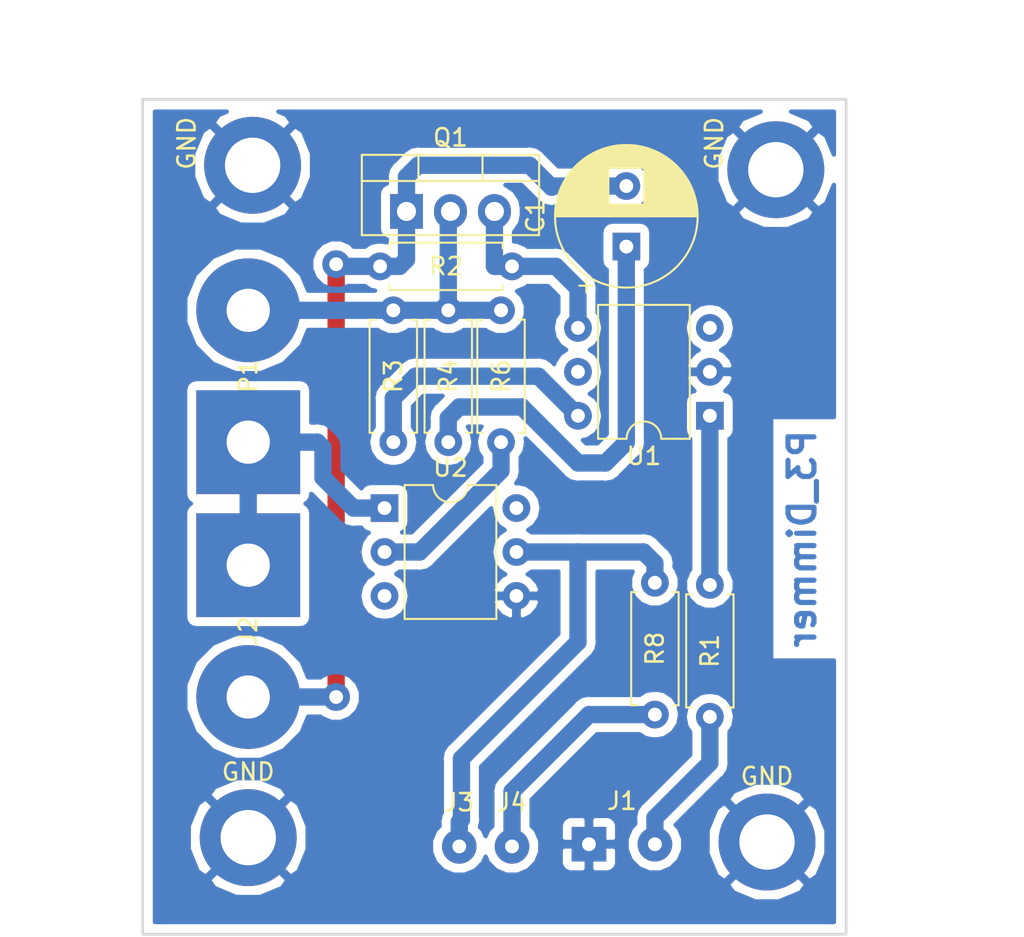
<source format=kicad_pcb>
(kicad_pcb (version 20171130) (host pcbnew "(5.0.2)-1")

  (general
    (thickness 1.6)
    (drawings 7)
    (tracks 65)
    (zones 0)
    (modules 19)
    (nets 17)
  )

  (page A4)
  (layers
    (0 F.Cu signal)
    (31 B.Cu signal)
    (32 B.Adhes user)
    (33 F.Adhes user)
    (34 B.Paste user)
    (35 F.Paste user)
    (36 B.SilkS user)
    (37 F.SilkS user)
    (38 B.Mask user)
    (39 F.Mask user)
    (40 Dwgs.User user)
    (41 Cmts.User user)
    (42 Eco1.User user)
    (43 Eco2.User user)
    (44 Edge.Cuts user)
    (45 Margin user)
    (46 B.CrtYd user)
    (47 F.CrtYd user)
    (48 B.Fab user)
    (49 F.Fab user)
  )

  (setup
    (last_trace_width 1)
    (trace_clearance 0.2)
    (zone_clearance 0.508)
    (zone_45_only no)
    (trace_min 1)
    (segment_width 0.2)
    (edge_width 0.15)
    (via_size 1)
    (via_drill 0.4)
    (via_min_size 0.4)
    (via_min_drill 0.3)
    (uvia_size 0.3)
    (uvia_drill 0.1)
    (uvias_allowed no)
    (uvia_min_size 0.2)
    (uvia_min_drill 0.1)
    (pcb_text_width 0.3)
    (pcb_text_size 1.5 1.5)
    (mod_edge_width 0.15)
    (mod_text_size 1 1)
    (mod_text_width 0.15)
    (pad_size 5.6 5.6)
    (pad_drill 3.2)
    (pad_to_mask_clearance 0.051)
    (solder_mask_min_width 0.25)
    (aux_axis_origin 0 0)
    (visible_elements 7FFFFFFF)
    (pcbplotparams
      (layerselection 0x010fc_ffffffff)
      (usegerberextensions false)
      (usegerberattributes false)
      (usegerberadvancedattributes false)
      (creategerberjobfile false)
      (excludeedgelayer true)
      (linewidth 0.100000)
      (plotframeref false)
      (viasonmask false)
      (mode 1)
      (useauxorigin false)
      (hpglpennumber 1)
      (hpglpenspeed 20)
      (hpglpendiameter 15.000000)
      (psnegative false)
      (psa4output false)
      (plotreference true)
      (plotvalue true)
      (plotinvisibletext false)
      (padsonsilk false)
      (subtractmaskfromsilk false)
      (outputformat 1)
      (mirror false)
      (drillshape 1)
      (scaleselection 1)
      (outputdirectory "../../../../"))
  )

  (net 0 "")
  (net 1 "Net-(C1-Pad1)")
  (net 2 "Net-(J1-Pad2)")
  (net 3 "Net-(J2-Pad1)")
  (net 4 "Net-(Q1-Pad3)")
  (net 5 "Net-(R1-Pad1)")
  (net 6 "Net-(R3-Pad2)")
  (net 7 "Net-(U1-Pad3)")
  (net 8 "Net-(U1-Pad5)")
  (net 9 "Net-(J3-Pad1)")
  (net 10 "Net-(J4-Pad1)")
  (net 11 "Net-(U2-Pad3)")
  (net 12 GND)
  (net 13 "Net-(P1-Pad2)")
  (net 14 "Net-(C1-Pad2)")
  (net 15 "Net-(R6-Pad2)")
  (net 16 "Net-(U2-Pad6)")

  (net_class Default "Esta es la clase de red por defecto."
    (clearance 0.2)
    (trace_width 1)
    (via_dia 1)
    (via_drill 0.4)
    (uvia_dia 0.3)
    (uvia_drill 0.1)
    (add_net GND)
    (add_net "Net-(C1-Pad1)")
    (add_net "Net-(C1-Pad2)")
    (add_net "Net-(J1-Pad2)")
    (add_net "Net-(J2-Pad1)")
    (add_net "Net-(J3-Pad1)")
    (add_net "Net-(J4-Pad1)")
    (add_net "Net-(P1-Pad2)")
    (add_net "Net-(Q1-Pad3)")
    (add_net "Net-(R1-Pad1)")
    (add_net "Net-(R3-Pad2)")
    (add_net "Net-(R6-Pad2)")
    (add_net "Net-(U1-Pad3)")
    (add_net "Net-(U1-Pad5)")
    (add_net "Net-(U2-Pad3)")
    (add_net "Net-(U2-Pad6)")
  )

  (net_class def ""
    (clearance 0.2)
    (trace_width 1)
    (via_dia 1)
    (via_drill 0.4)
    (uvia_dia 0.3)
    (uvia_drill 0.1)
  )

  (module Mounting_Holes:MountingHole_3.2mm_M3_DIN965_Pad (layer F.Cu) (tedit 5CAE66CB) (tstamp 5CBAEF96)
    (at 216.408 70.866)
    (descr "Mounting Hole 3.2mm, M3, DIN965")
    (tags "mounting hole 3.2mm m3 din965")
    (attr virtual)
    (fp_text reference GND (at 0 -3.8) (layer F.SilkS)
      (effects (font (size 1 1) (thickness 0.15)))
    )
    (fp_text value MountingHole_3.2mm_M3_DIN965_Pad (at 0 3.8) (layer F.Fab)
      (effects (font (size 1 1) (thickness 0.15)))
    )
    (fp_text user %R (at 0.3 0) (layer F.Fab)
      (effects (font (size 1 1) (thickness 0.15)))
    )
    (fp_circle (center 0 0) (end 2.8 0) (layer Cmts.User) (width 0.15))
    (fp_circle (center 0 0) (end 3.05 0) (layer F.CrtYd) (width 0.05))
    (pad 1 thru_hole circle (at 0 0) (size 5.6 5.6) (drill 3.2) (layers *.Cu *.Mask)
      (net 12 GND))
  )

  (module Mounting_Holes:MountingHole_3.2mm_M3_DIN965_Pad (layer F.Cu) (tedit 5CAE66C4) (tstamp 5CBAEF96)
    (at 216.916 32.004)
    (descr "Mounting Hole 3.2mm, M3, DIN965")
    (tags "mounting hole 3.2mm m3 din965")
    (attr virtual)
    (fp_text reference GND (at -3.556 -1.524 90) (layer F.SilkS)
      (effects (font (size 1 1) (thickness 0.15)))
    )
    (fp_text value MountingHole_3.2mm_M3_DIN965_Pad (at 0 3.8) (layer F.Fab)
      (effects (font (size 1 1) (thickness 0.15)))
    )
    (fp_text user %R (at 0.3 0) (layer F.Fab)
      (effects (font (size 1 1) (thickness 0.15)))
    )
    (fp_circle (center 0 0) (end 2.8 0) (layer Cmts.User) (width 0.15))
    (fp_circle (center 0 0) (end 3.05 0) (layer F.CrtYd) (width 0.05))
    (pad 1 thru_hole circle (at 0 0) (size 5.6 5.6) (drill 3.2) (layers *.Cu *.Mask)
      (net 12 GND))
  )

  (module Mounting_Holes:MountingHole_3.2mm_M3_DIN965_Pad (layer F.Cu) (tedit 5CAE66D2) (tstamp 5CBAEF96)
    (at 186.436 70.612)
    (descr "Mounting Hole 3.2mm, M3, DIN965")
    (tags "mounting hole 3.2mm m3 din965")
    (attr virtual)
    (fp_text reference GND (at 0 -3.8) (layer F.SilkS)
      (effects (font (size 1 1) (thickness 0.15)))
    )
    (fp_text value MountingHole_3.2mm_M3_DIN965_Pad (at 0 3.8) (layer F.Fab)
      (effects (font (size 1 1) (thickness 0.15)))
    )
    (fp_text user %R (at 0.3 0) (layer F.Fab)
      (effects (font (size 1 1) (thickness 0.15)))
    )
    (fp_circle (center 0 0) (end 2.8 0) (layer Cmts.User) (width 0.15))
    (fp_circle (center 0 0) (end 3.05 0) (layer F.CrtYd) (width 0.05))
    (pad 1 thru_hole circle (at 0 0) (size 5.6 5.6) (drill 3.2) (layers *.Cu *.Mask)
      (net 12 GND))
  )

  (module Mounting_Holes:MountingHole_3.2mm_M3_DIN965_Pad (layer F.Cu) (tedit 5CAE66B4) (tstamp 5C929A99)
    (at 186.69 31.75)
    (descr "Mounting Hole 3.2mm, M3, DIN965")
    (tags "mounting hole 3.2mm m3 din965")
    (attr virtual)
    (fp_text reference GND (at -3.81 -1.27 90) (layer F.SilkS)
      (effects (font (size 1 1) (thickness 0.15)))
    )
    (fp_text value MountingHole_3.2mm_M3_DIN965_Pad (at 0 3.8) (layer F.Fab)
      (effects (font (size 1 1) (thickness 0.15)))
    )
    (fp_circle (center 0 0) (end 3.05 0) (layer F.CrtYd) (width 0.05))
    (fp_circle (center 0 0) (end 2.8 0) (layer Cmts.User) (width 0.15))
    (fp_text user %R (at 0.3 0) (layer F.Fab)
      (effects (font (size 1 1) (thickness 0.15)))
    )
    (pad 1 thru_hole circle (at 0 0) (size 5.6 5.6) (drill 3.2) (layers *.Cu *.Mask)
      (net 12 GND))
  )

  (module Capacitor_THT:CP_Radial_D8.0mm_P3.50mm (layer F.Cu) (tedit 5AE50EF0) (tstamp 5CBAEA93)
    (at 208.28 36.449 90)
    (descr "CP, Radial series, Radial, pin pitch=3.50mm, , diameter=8mm, Electrolytic Capacitor")
    (tags "CP Radial series Radial pin pitch 3.50mm  diameter 8mm Electrolytic Capacitor")
    (path /5C893879)
    (fp_text reference C1 (at 1.75 -5.25 90) (layer F.SilkS)
      (effects (font (size 1 1) (thickness 0.15)))
    )
    (fp_text value CP (at 1.75 5.25 90) (layer F.Fab)
      (effects (font (size 1 1) (thickness 0.15)))
    )
    (fp_circle (center 1.75 0) (end 5.75 0) (layer F.Fab) (width 0.1))
    (fp_circle (center 1.75 0) (end 5.87 0) (layer F.SilkS) (width 0.12))
    (fp_circle (center 1.75 0) (end 6 0) (layer F.CrtYd) (width 0.05))
    (fp_line (start -1.676759 -1.7475) (end -0.876759 -1.7475) (layer F.Fab) (width 0.1))
    (fp_line (start -1.276759 -2.1475) (end -1.276759 -1.3475) (layer F.Fab) (width 0.1))
    (fp_line (start 1.75 -4.08) (end 1.75 4.08) (layer F.SilkS) (width 0.12))
    (fp_line (start 1.79 -4.08) (end 1.79 4.08) (layer F.SilkS) (width 0.12))
    (fp_line (start 1.83 -4.08) (end 1.83 4.08) (layer F.SilkS) (width 0.12))
    (fp_line (start 1.87 -4.079) (end 1.87 4.079) (layer F.SilkS) (width 0.12))
    (fp_line (start 1.91 -4.077) (end 1.91 4.077) (layer F.SilkS) (width 0.12))
    (fp_line (start 1.95 -4.076) (end 1.95 4.076) (layer F.SilkS) (width 0.12))
    (fp_line (start 1.99 -4.074) (end 1.99 4.074) (layer F.SilkS) (width 0.12))
    (fp_line (start 2.03 -4.071) (end 2.03 4.071) (layer F.SilkS) (width 0.12))
    (fp_line (start 2.07 -4.068) (end 2.07 4.068) (layer F.SilkS) (width 0.12))
    (fp_line (start 2.11 -4.065) (end 2.11 4.065) (layer F.SilkS) (width 0.12))
    (fp_line (start 2.15 -4.061) (end 2.15 4.061) (layer F.SilkS) (width 0.12))
    (fp_line (start 2.19 -4.057) (end 2.19 4.057) (layer F.SilkS) (width 0.12))
    (fp_line (start 2.23 -4.052) (end 2.23 4.052) (layer F.SilkS) (width 0.12))
    (fp_line (start 2.27 -4.048) (end 2.27 4.048) (layer F.SilkS) (width 0.12))
    (fp_line (start 2.31 -4.042) (end 2.31 4.042) (layer F.SilkS) (width 0.12))
    (fp_line (start 2.35 -4.037) (end 2.35 4.037) (layer F.SilkS) (width 0.12))
    (fp_line (start 2.39 -4.03) (end 2.39 4.03) (layer F.SilkS) (width 0.12))
    (fp_line (start 2.43 -4.024) (end 2.43 4.024) (layer F.SilkS) (width 0.12))
    (fp_line (start 2.471 -4.017) (end 2.471 -1.04) (layer F.SilkS) (width 0.12))
    (fp_line (start 2.471 1.04) (end 2.471 4.017) (layer F.SilkS) (width 0.12))
    (fp_line (start 2.511 -4.01) (end 2.511 -1.04) (layer F.SilkS) (width 0.12))
    (fp_line (start 2.511 1.04) (end 2.511 4.01) (layer F.SilkS) (width 0.12))
    (fp_line (start 2.551 -4.002) (end 2.551 -1.04) (layer F.SilkS) (width 0.12))
    (fp_line (start 2.551 1.04) (end 2.551 4.002) (layer F.SilkS) (width 0.12))
    (fp_line (start 2.591 -3.994) (end 2.591 -1.04) (layer F.SilkS) (width 0.12))
    (fp_line (start 2.591 1.04) (end 2.591 3.994) (layer F.SilkS) (width 0.12))
    (fp_line (start 2.631 -3.985) (end 2.631 -1.04) (layer F.SilkS) (width 0.12))
    (fp_line (start 2.631 1.04) (end 2.631 3.985) (layer F.SilkS) (width 0.12))
    (fp_line (start 2.671 -3.976) (end 2.671 -1.04) (layer F.SilkS) (width 0.12))
    (fp_line (start 2.671 1.04) (end 2.671 3.976) (layer F.SilkS) (width 0.12))
    (fp_line (start 2.711 -3.967) (end 2.711 -1.04) (layer F.SilkS) (width 0.12))
    (fp_line (start 2.711 1.04) (end 2.711 3.967) (layer F.SilkS) (width 0.12))
    (fp_line (start 2.751 -3.957) (end 2.751 -1.04) (layer F.SilkS) (width 0.12))
    (fp_line (start 2.751 1.04) (end 2.751 3.957) (layer F.SilkS) (width 0.12))
    (fp_line (start 2.791 -3.947) (end 2.791 -1.04) (layer F.SilkS) (width 0.12))
    (fp_line (start 2.791 1.04) (end 2.791 3.947) (layer F.SilkS) (width 0.12))
    (fp_line (start 2.831 -3.936) (end 2.831 -1.04) (layer F.SilkS) (width 0.12))
    (fp_line (start 2.831 1.04) (end 2.831 3.936) (layer F.SilkS) (width 0.12))
    (fp_line (start 2.871 -3.925) (end 2.871 -1.04) (layer F.SilkS) (width 0.12))
    (fp_line (start 2.871 1.04) (end 2.871 3.925) (layer F.SilkS) (width 0.12))
    (fp_line (start 2.911 -3.914) (end 2.911 -1.04) (layer F.SilkS) (width 0.12))
    (fp_line (start 2.911 1.04) (end 2.911 3.914) (layer F.SilkS) (width 0.12))
    (fp_line (start 2.951 -3.902) (end 2.951 -1.04) (layer F.SilkS) (width 0.12))
    (fp_line (start 2.951 1.04) (end 2.951 3.902) (layer F.SilkS) (width 0.12))
    (fp_line (start 2.991 -3.889) (end 2.991 -1.04) (layer F.SilkS) (width 0.12))
    (fp_line (start 2.991 1.04) (end 2.991 3.889) (layer F.SilkS) (width 0.12))
    (fp_line (start 3.031 -3.877) (end 3.031 -1.04) (layer F.SilkS) (width 0.12))
    (fp_line (start 3.031 1.04) (end 3.031 3.877) (layer F.SilkS) (width 0.12))
    (fp_line (start 3.071 -3.863) (end 3.071 -1.04) (layer F.SilkS) (width 0.12))
    (fp_line (start 3.071 1.04) (end 3.071 3.863) (layer F.SilkS) (width 0.12))
    (fp_line (start 3.111 -3.85) (end 3.111 -1.04) (layer F.SilkS) (width 0.12))
    (fp_line (start 3.111 1.04) (end 3.111 3.85) (layer F.SilkS) (width 0.12))
    (fp_line (start 3.151 -3.835) (end 3.151 -1.04) (layer F.SilkS) (width 0.12))
    (fp_line (start 3.151 1.04) (end 3.151 3.835) (layer F.SilkS) (width 0.12))
    (fp_line (start 3.191 -3.821) (end 3.191 -1.04) (layer F.SilkS) (width 0.12))
    (fp_line (start 3.191 1.04) (end 3.191 3.821) (layer F.SilkS) (width 0.12))
    (fp_line (start 3.231 -3.805) (end 3.231 -1.04) (layer F.SilkS) (width 0.12))
    (fp_line (start 3.231 1.04) (end 3.231 3.805) (layer F.SilkS) (width 0.12))
    (fp_line (start 3.271 -3.79) (end 3.271 -1.04) (layer F.SilkS) (width 0.12))
    (fp_line (start 3.271 1.04) (end 3.271 3.79) (layer F.SilkS) (width 0.12))
    (fp_line (start 3.311 -3.774) (end 3.311 -1.04) (layer F.SilkS) (width 0.12))
    (fp_line (start 3.311 1.04) (end 3.311 3.774) (layer F.SilkS) (width 0.12))
    (fp_line (start 3.351 -3.757) (end 3.351 -1.04) (layer F.SilkS) (width 0.12))
    (fp_line (start 3.351 1.04) (end 3.351 3.757) (layer F.SilkS) (width 0.12))
    (fp_line (start 3.391 -3.74) (end 3.391 -1.04) (layer F.SilkS) (width 0.12))
    (fp_line (start 3.391 1.04) (end 3.391 3.74) (layer F.SilkS) (width 0.12))
    (fp_line (start 3.431 -3.722) (end 3.431 -1.04) (layer F.SilkS) (width 0.12))
    (fp_line (start 3.431 1.04) (end 3.431 3.722) (layer F.SilkS) (width 0.12))
    (fp_line (start 3.471 -3.704) (end 3.471 -1.04) (layer F.SilkS) (width 0.12))
    (fp_line (start 3.471 1.04) (end 3.471 3.704) (layer F.SilkS) (width 0.12))
    (fp_line (start 3.511 -3.686) (end 3.511 -1.04) (layer F.SilkS) (width 0.12))
    (fp_line (start 3.511 1.04) (end 3.511 3.686) (layer F.SilkS) (width 0.12))
    (fp_line (start 3.551 -3.666) (end 3.551 -1.04) (layer F.SilkS) (width 0.12))
    (fp_line (start 3.551 1.04) (end 3.551 3.666) (layer F.SilkS) (width 0.12))
    (fp_line (start 3.591 -3.647) (end 3.591 -1.04) (layer F.SilkS) (width 0.12))
    (fp_line (start 3.591 1.04) (end 3.591 3.647) (layer F.SilkS) (width 0.12))
    (fp_line (start 3.631 -3.627) (end 3.631 -1.04) (layer F.SilkS) (width 0.12))
    (fp_line (start 3.631 1.04) (end 3.631 3.627) (layer F.SilkS) (width 0.12))
    (fp_line (start 3.671 -3.606) (end 3.671 -1.04) (layer F.SilkS) (width 0.12))
    (fp_line (start 3.671 1.04) (end 3.671 3.606) (layer F.SilkS) (width 0.12))
    (fp_line (start 3.711 -3.584) (end 3.711 -1.04) (layer F.SilkS) (width 0.12))
    (fp_line (start 3.711 1.04) (end 3.711 3.584) (layer F.SilkS) (width 0.12))
    (fp_line (start 3.751 -3.562) (end 3.751 -1.04) (layer F.SilkS) (width 0.12))
    (fp_line (start 3.751 1.04) (end 3.751 3.562) (layer F.SilkS) (width 0.12))
    (fp_line (start 3.791 -3.54) (end 3.791 -1.04) (layer F.SilkS) (width 0.12))
    (fp_line (start 3.791 1.04) (end 3.791 3.54) (layer F.SilkS) (width 0.12))
    (fp_line (start 3.831 -3.517) (end 3.831 -1.04) (layer F.SilkS) (width 0.12))
    (fp_line (start 3.831 1.04) (end 3.831 3.517) (layer F.SilkS) (width 0.12))
    (fp_line (start 3.871 -3.493) (end 3.871 -1.04) (layer F.SilkS) (width 0.12))
    (fp_line (start 3.871 1.04) (end 3.871 3.493) (layer F.SilkS) (width 0.12))
    (fp_line (start 3.911 -3.469) (end 3.911 -1.04) (layer F.SilkS) (width 0.12))
    (fp_line (start 3.911 1.04) (end 3.911 3.469) (layer F.SilkS) (width 0.12))
    (fp_line (start 3.951 -3.444) (end 3.951 -1.04) (layer F.SilkS) (width 0.12))
    (fp_line (start 3.951 1.04) (end 3.951 3.444) (layer F.SilkS) (width 0.12))
    (fp_line (start 3.991 -3.418) (end 3.991 -1.04) (layer F.SilkS) (width 0.12))
    (fp_line (start 3.991 1.04) (end 3.991 3.418) (layer F.SilkS) (width 0.12))
    (fp_line (start 4.031 -3.392) (end 4.031 -1.04) (layer F.SilkS) (width 0.12))
    (fp_line (start 4.031 1.04) (end 4.031 3.392) (layer F.SilkS) (width 0.12))
    (fp_line (start 4.071 -3.365) (end 4.071 -1.04) (layer F.SilkS) (width 0.12))
    (fp_line (start 4.071 1.04) (end 4.071 3.365) (layer F.SilkS) (width 0.12))
    (fp_line (start 4.111 -3.338) (end 4.111 -1.04) (layer F.SilkS) (width 0.12))
    (fp_line (start 4.111 1.04) (end 4.111 3.338) (layer F.SilkS) (width 0.12))
    (fp_line (start 4.151 -3.309) (end 4.151 -1.04) (layer F.SilkS) (width 0.12))
    (fp_line (start 4.151 1.04) (end 4.151 3.309) (layer F.SilkS) (width 0.12))
    (fp_line (start 4.191 -3.28) (end 4.191 -1.04) (layer F.SilkS) (width 0.12))
    (fp_line (start 4.191 1.04) (end 4.191 3.28) (layer F.SilkS) (width 0.12))
    (fp_line (start 4.231 -3.25) (end 4.231 -1.04) (layer F.SilkS) (width 0.12))
    (fp_line (start 4.231 1.04) (end 4.231 3.25) (layer F.SilkS) (width 0.12))
    (fp_line (start 4.271 -3.22) (end 4.271 -1.04) (layer F.SilkS) (width 0.12))
    (fp_line (start 4.271 1.04) (end 4.271 3.22) (layer F.SilkS) (width 0.12))
    (fp_line (start 4.311 -3.189) (end 4.311 -1.04) (layer F.SilkS) (width 0.12))
    (fp_line (start 4.311 1.04) (end 4.311 3.189) (layer F.SilkS) (width 0.12))
    (fp_line (start 4.351 -3.156) (end 4.351 -1.04) (layer F.SilkS) (width 0.12))
    (fp_line (start 4.351 1.04) (end 4.351 3.156) (layer F.SilkS) (width 0.12))
    (fp_line (start 4.391 -3.124) (end 4.391 -1.04) (layer F.SilkS) (width 0.12))
    (fp_line (start 4.391 1.04) (end 4.391 3.124) (layer F.SilkS) (width 0.12))
    (fp_line (start 4.431 -3.09) (end 4.431 -1.04) (layer F.SilkS) (width 0.12))
    (fp_line (start 4.431 1.04) (end 4.431 3.09) (layer F.SilkS) (width 0.12))
    (fp_line (start 4.471 -3.055) (end 4.471 -1.04) (layer F.SilkS) (width 0.12))
    (fp_line (start 4.471 1.04) (end 4.471 3.055) (layer F.SilkS) (width 0.12))
    (fp_line (start 4.511 -3.019) (end 4.511 -1.04) (layer F.SilkS) (width 0.12))
    (fp_line (start 4.511 1.04) (end 4.511 3.019) (layer F.SilkS) (width 0.12))
    (fp_line (start 4.551 -2.983) (end 4.551 2.983) (layer F.SilkS) (width 0.12))
    (fp_line (start 4.591 -2.945) (end 4.591 2.945) (layer F.SilkS) (width 0.12))
    (fp_line (start 4.631 -2.907) (end 4.631 2.907) (layer F.SilkS) (width 0.12))
    (fp_line (start 4.671 -2.867) (end 4.671 2.867) (layer F.SilkS) (width 0.12))
    (fp_line (start 4.711 -2.826) (end 4.711 2.826) (layer F.SilkS) (width 0.12))
    (fp_line (start 4.751 -2.784) (end 4.751 2.784) (layer F.SilkS) (width 0.12))
    (fp_line (start 4.791 -2.741) (end 4.791 2.741) (layer F.SilkS) (width 0.12))
    (fp_line (start 4.831 -2.697) (end 4.831 2.697) (layer F.SilkS) (width 0.12))
    (fp_line (start 4.871 -2.651) (end 4.871 2.651) (layer F.SilkS) (width 0.12))
    (fp_line (start 4.911 -2.604) (end 4.911 2.604) (layer F.SilkS) (width 0.12))
    (fp_line (start 4.951 -2.556) (end 4.951 2.556) (layer F.SilkS) (width 0.12))
    (fp_line (start 4.991 -2.505) (end 4.991 2.505) (layer F.SilkS) (width 0.12))
    (fp_line (start 5.031 -2.454) (end 5.031 2.454) (layer F.SilkS) (width 0.12))
    (fp_line (start 5.071 -2.4) (end 5.071 2.4) (layer F.SilkS) (width 0.12))
    (fp_line (start 5.111 -2.345) (end 5.111 2.345) (layer F.SilkS) (width 0.12))
    (fp_line (start 5.151 -2.287) (end 5.151 2.287) (layer F.SilkS) (width 0.12))
    (fp_line (start 5.191 -2.228) (end 5.191 2.228) (layer F.SilkS) (width 0.12))
    (fp_line (start 5.231 -2.166) (end 5.231 2.166) (layer F.SilkS) (width 0.12))
    (fp_line (start 5.271 -2.102) (end 5.271 2.102) (layer F.SilkS) (width 0.12))
    (fp_line (start 5.311 -2.034) (end 5.311 2.034) (layer F.SilkS) (width 0.12))
    (fp_line (start 5.351 -1.964) (end 5.351 1.964) (layer F.SilkS) (width 0.12))
    (fp_line (start 5.391 -1.89) (end 5.391 1.89) (layer F.SilkS) (width 0.12))
    (fp_line (start 5.431 -1.813) (end 5.431 1.813) (layer F.SilkS) (width 0.12))
    (fp_line (start 5.471 -1.731) (end 5.471 1.731) (layer F.SilkS) (width 0.12))
    (fp_line (start 5.511 -1.645) (end 5.511 1.645) (layer F.SilkS) (width 0.12))
    (fp_line (start 5.551 -1.552) (end 5.551 1.552) (layer F.SilkS) (width 0.12))
    (fp_line (start 5.591 -1.453) (end 5.591 1.453) (layer F.SilkS) (width 0.12))
    (fp_line (start 5.631 -1.346) (end 5.631 1.346) (layer F.SilkS) (width 0.12))
    (fp_line (start 5.671 -1.229) (end 5.671 1.229) (layer F.SilkS) (width 0.12))
    (fp_line (start 5.711 -1.098) (end 5.711 1.098) (layer F.SilkS) (width 0.12))
    (fp_line (start 5.751 -0.948) (end 5.751 0.948) (layer F.SilkS) (width 0.12))
    (fp_line (start 5.791 -0.768) (end 5.791 0.768) (layer F.SilkS) (width 0.12))
    (fp_line (start 5.831 -0.533) (end 5.831 0.533) (layer F.SilkS) (width 0.12))
    (fp_line (start -2.659698 -2.315) (end -1.859698 -2.315) (layer F.SilkS) (width 0.12))
    (fp_line (start -2.259698 -2.715) (end -2.259698 -1.915) (layer F.SilkS) (width 0.12))
    (fp_text user %R (at 1.75 0 90) (layer F.Fab)
      (effects (font (size 1 1) (thickness 0.15)))
    )
    (pad 1 thru_hole rect (at 0 0 90) (size 1.6 1.6) (drill 0.8) (layers *.Cu *.Mask)
      (net 1 "Net-(C1-Pad1)"))
    (pad 2 thru_hole circle (at 3.5 0 90) (size 1.6 1.6) (drill 0.8) (layers *.Cu *.Mask)
      (net 14 "Net-(C1-Pad2)"))
    (model ${KISYS3DMOD}/Capacitor_THT.3dshapes/CP_Radial_D8.0mm_P3.50mm.wrl
      (at (xyz 0 0 0))
      (scale (xyz 1 1 1))
      (rotate (xyz 0 0 0))
    )
  )

  (module Connector_Wire:SolderWirePad_1x02_P3.81mm_Drill0.8mm (layer F.Cu) (tedit 5AEE54BF) (tstamp 5CBAEA9E)
    (at 206.121 70.993)
    (descr "Wire solder connection")
    (tags connector)
    (path /5C893DA8)
    (attr virtual)
    (fp_text reference J1 (at 1.905 -2.5) (layer F.SilkS)
      (effects (font (size 1 1) (thickness 0.15)))
    )
    (fp_text value out_micro (at 1.905 2.54) (layer F.Fab)
      (effects (font (size 1 1) (thickness 0.15)))
    )
    (fp_text user %R (at 1.905 0) (layer F.Fab)
      (effects (font (size 1 1) (thickness 0.15)))
    )
    (fp_line (start -1.49 -1.5) (end 5.31 -1.5) (layer F.CrtYd) (width 0.05))
    (fp_line (start -1.49 -1.5) (end -1.49 1.5) (layer F.CrtYd) (width 0.05))
    (fp_line (start 5.31 1.5) (end 5.31 -1.5) (layer F.CrtYd) (width 0.05))
    (fp_line (start 5.31 1.5) (end -1.49 1.5) (layer F.CrtYd) (width 0.05))
    (pad 1 thru_hole rect (at 0 0) (size 1.99898 1.99898) (drill 0.8001) (layers *.Cu *.Mask)
      (net 12 GND))
    (pad 2 thru_hole circle (at 3.81 0) (size 1.99898 1.99898) (drill 0.8001) (layers *.Cu *.Mask)
      (net 2 "Net-(J1-Pad2)"))
  )

  (module Connector_Wire:SolderWirePad_1x02_P7.62mm_Drill2.5mm (layer F.Cu) (tedit 5AEE5F2F) (tstamp 5CBAEAA9)
    (at 186.436 54.864 270)
    (descr "Wire solder connection")
    (tags connector)
    (path /5C89449E)
    (attr virtual)
    (fp_text reference J2 (at 3.81 0 270) (layer F.SilkS)
      (effects (font (size 1 1) (thickness 0.15)))
    )
    (fp_text value carga (at 3.81 4.445 270) (layer F.Fab)
      (effects (font (size 1 1) (thickness 0.15)))
    )
    (fp_text user %R (at 3.81 0 270) (layer F.Fab)
      (effects (font (size 1 1) (thickness 0.15)))
    )
    (fp_line (start -3.5 -3.5) (end 11.12 -3.5) (layer F.CrtYd) (width 0.05))
    (fp_line (start -3.5 -3.5) (end -3.5 3.5) (layer F.CrtYd) (width 0.05))
    (fp_line (start 11.12 3.5) (end 11.12 -3.5) (layer F.CrtYd) (width 0.05))
    (fp_line (start 11.12 3.5) (end -3.5 3.5) (layer F.CrtYd) (width 0.05))
    (pad 1 thru_hole rect (at 0 0 270) (size 5.99948 5.99948) (drill 2.49936) (layers *.Cu *.Mask)
      (net 3 "Net-(J2-Pad1)"))
    (pad 2 thru_hole circle (at 7.62 0 270) (size 5.99948 5.99948) (drill 2.49936) (layers *.Cu *.Mask)
      (net 14 "Net-(C1-Pad2)"))
  )

  (module Connector_Wire:SolderWirePad_1x01_Drill0.8mm (layer F.Cu) (tedit 5A2676A0) (tstamp 5CBB19C5)
    (at 198.628 71.12)
    (descr "Wire solder connection")
    (tags connector)
    (path /5C921661)
    (attr virtual)
    (fp_text reference J3 (at 0 -2.54) (layer F.SilkS)
      (effects (font (size 1 1) (thickness 0.15)))
    )
    (fp_text value input_micro (at 0 2.54) (layer F.Fab)
      (effects (font (size 1 1) (thickness 0.15)))
    )
    (fp_text user %R (at 0 0) (layer F.Fab)
      (effects (font (size 1 1) (thickness 0.15)))
    )
    (fp_line (start -1.5 -1.5) (end 1.5 -1.5) (layer F.CrtYd) (width 0.05))
    (fp_line (start -1.5 -1.5) (end -1.5 1.5) (layer F.CrtYd) (width 0.05))
    (fp_line (start 1.5 1.5) (end 1.5 -1.5) (layer F.CrtYd) (width 0.05))
    (fp_line (start 1.5 1.5) (end -1.5 1.5) (layer F.CrtYd) (width 0.05))
    (pad 1 thru_hole circle (at 0 0) (size 1.99898 1.99898) (drill 0.8001) (layers *.Cu *.Mask)
      (net 9 "Net-(J3-Pad1)"))
  )

  (module Connector_Wire:SolderWirePad_1x01_Drill0.8mm (layer F.Cu) (tedit 5A2676A0) (tstamp 5CBAEABD)
    (at 201.676 71.12)
    (descr "Wire solder connection")
    (tags connector)
    (path /5C9232AE)
    (attr virtual)
    (fp_text reference J4 (at 0 -2.54) (layer F.SilkS)
      (effects (font (size 1 1) (thickness 0.15)))
    )
    (fp_text value 5V (at 0 2.54) (layer F.Fab)
      (effects (font (size 1 1) (thickness 0.15)))
    )
    (fp_line (start 1.5 1.5) (end -1.5 1.5) (layer F.CrtYd) (width 0.05))
    (fp_line (start 1.5 1.5) (end 1.5 -1.5) (layer F.CrtYd) (width 0.05))
    (fp_line (start -1.5 -1.5) (end -1.5 1.5) (layer F.CrtYd) (width 0.05))
    (fp_line (start -1.5 -1.5) (end 1.5 -1.5) (layer F.CrtYd) (width 0.05))
    (fp_text user %R (at 0 0) (layer F.Fab)
      (effects (font (size 1 1) (thickness 0.15)))
    )
    (pad 1 thru_hole circle (at 0 0) (size 1.99898 1.99898) (drill 0.8001) (layers *.Cu *.Mask)
      (net 10 "Net-(J4-Pad1)"))
  )

  (module Connector_Wire:SolderWirePad_1x02_P7.62mm_Drill2.5mm (layer F.Cu) (tedit 5AEE5F2F) (tstamp 5CBAEAC8)
    (at 186.436 47.752 90)
    (descr "Wire solder connection")
    (tags connector)
    (path /5C895DE1)
    (attr virtual)
    (fp_text reference P1 (at 3.81 0 90) (layer F.SilkS)
      (effects (font (size 1 1) (thickness 0.15)))
    )
    (fp_text value "source 120V" (at 3.81 4.445 90) (layer F.Fab)
      (effects (font (size 1 1) (thickness 0.15)))
    )
    (fp_line (start 11.12 3.5) (end -3.5 3.5) (layer F.CrtYd) (width 0.05))
    (fp_line (start 11.12 3.5) (end 11.12 -3.5) (layer F.CrtYd) (width 0.05))
    (fp_line (start -3.5 -3.5) (end -3.5 3.5) (layer F.CrtYd) (width 0.05))
    (fp_line (start -3.5 -3.5) (end 11.12 -3.5) (layer F.CrtYd) (width 0.05))
    (fp_text user %R (at 3.81 0 90) (layer F.Fab)
      (effects (font (size 1 1) (thickness 0.15)))
    )
    (pad 2 thru_hole circle (at 7.62 0 90) (size 5.99948 5.99948) (drill 2.49936) (layers *.Cu *.Mask)
      (net 13 "Net-(P1-Pad2)"))
    (pad 1 thru_hole rect (at 0 0 90) (size 5.99948 5.99948) (drill 2.49936) (layers *.Cu *.Mask)
      (net 3 "Net-(J2-Pad1)"))
  )

  (module Package_TO_SOT_THT:TO-220-3_Vertical (layer F.Cu) (tedit 5AC8BA0D) (tstamp 5CBAEAE2)
    (at 195.58 34.417)
    (descr "TO-220-3, Vertical, RM 2.54mm, see https://www.vishay.com/docs/66542/to-220-1.pdf")
    (tags "TO-220-3 Vertical RM 2.54mm")
    (path /5C898E24)
    (fp_text reference Q1 (at 2.54 -4.27) (layer F.SilkS)
      (effects (font (size 1 1) (thickness 0.15)))
    )
    (fp_text value BT136-500 (at 2.54 2.5) (layer F.Fab)
      (effects (font (size 1 1) (thickness 0.15)))
    )
    (fp_line (start -2.46 -3.15) (end -2.46 1.25) (layer F.Fab) (width 0.1))
    (fp_line (start -2.46 1.25) (end 7.54 1.25) (layer F.Fab) (width 0.1))
    (fp_line (start 7.54 1.25) (end 7.54 -3.15) (layer F.Fab) (width 0.1))
    (fp_line (start 7.54 -3.15) (end -2.46 -3.15) (layer F.Fab) (width 0.1))
    (fp_line (start -2.46 -1.88) (end 7.54 -1.88) (layer F.Fab) (width 0.1))
    (fp_line (start 0.69 -3.15) (end 0.69 -1.88) (layer F.Fab) (width 0.1))
    (fp_line (start 4.39 -3.15) (end 4.39 -1.88) (layer F.Fab) (width 0.1))
    (fp_line (start -2.58 -3.27) (end 7.66 -3.27) (layer F.SilkS) (width 0.12))
    (fp_line (start -2.58 1.371) (end 7.66 1.371) (layer F.SilkS) (width 0.12))
    (fp_line (start -2.58 -3.27) (end -2.58 1.371) (layer F.SilkS) (width 0.12))
    (fp_line (start 7.66 -3.27) (end 7.66 1.371) (layer F.SilkS) (width 0.12))
    (fp_line (start -2.58 -1.76) (end 7.66 -1.76) (layer F.SilkS) (width 0.12))
    (fp_line (start 0.69 -3.27) (end 0.69 -1.76) (layer F.SilkS) (width 0.12))
    (fp_line (start 4.391 -3.27) (end 4.391 -1.76) (layer F.SilkS) (width 0.12))
    (fp_line (start -2.71 -3.4) (end -2.71 1.51) (layer F.CrtYd) (width 0.05))
    (fp_line (start -2.71 1.51) (end 7.79 1.51) (layer F.CrtYd) (width 0.05))
    (fp_line (start 7.79 1.51) (end 7.79 -3.4) (layer F.CrtYd) (width 0.05))
    (fp_line (start 7.79 -3.4) (end -2.71 -3.4) (layer F.CrtYd) (width 0.05))
    (fp_text user %R (at 2.54 -4.27) (layer F.Fab)
      (effects (font (size 1 1) (thickness 0.15)))
    )
    (pad 1 thru_hole rect (at 0 0) (size 1.905 2) (drill 1.1) (layers *.Cu *.Mask)
      (net 14 "Net-(C1-Pad2)"))
    (pad 2 thru_hole oval (at 2.54 0) (size 1.905 2) (drill 1.1) (layers *.Cu *.Mask)
      (net 13 "Net-(P1-Pad2)"))
    (pad 3 thru_hole oval (at 5.08 0) (size 1.905 2) (drill 1.1) (layers *.Cu *.Mask)
      (net 4 "Net-(Q1-Pad3)"))
    (model ${KISYS3DMOD}/Package_TO_SOT_THT.3dshapes/TO-220-3_Vertical.wrl
      (at (xyz 0 0 0))
      (scale (xyz 1 1 1))
      (rotate (xyz 0 0 0))
    )
  )

  (module Resistor_THT:R_Axial_DIN0207_L6.3mm_D2.5mm_P7.62mm_Horizontal (layer F.Cu) (tedit 5AE5139B) (tstamp 5CBAEB55)
    (at 201.041 40.132 270)
    (descr "Resistor, Axial_DIN0207 series, Axial, Horizontal, pin pitch=7.62mm, 0.25W = 1/4W, length*diameter=6.3*2.5mm^2, http://cdn-reichelt.de/documents/datenblatt/B400/1_4W%23YAG.pdf")
    (tags "Resistor Axial_DIN0207 series Axial Horizontal pin pitch 7.62mm 0.25W = 1/4W length 6.3mm diameter 2.5mm")
    (path /5C914E6D)
    (fp_text reference R6 (at 3.81 0 270) (layer F.SilkS)
      (effects (font (size 1 1) (thickness 0.15)))
    )
    (fp_text value R (at 5.588 -0.127 270) (layer F.Fab)
      (effects (font (size 1 1) (thickness 0.15)))
    )
    (fp_line (start 0.66 -1.25) (end 0.66 1.25) (layer F.Fab) (width 0.1))
    (fp_line (start 0.66 1.25) (end 6.96 1.25) (layer F.Fab) (width 0.1))
    (fp_line (start 6.96 1.25) (end 6.96 -1.25) (layer F.Fab) (width 0.1))
    (fp_line (start 6.96 -1.25) (end 0.66 -1.25) (layer F.Fab) (width 0.1))
    (fp_line (start 0 0) (end 0.66 0) (layer F.Fab) (width 0.1))
    (fp_line (start 7.62 0) (end 6.96 0) (layer F.Fab) (width 0.1))
    (fp_line (start 0.54 -1.04) (end 0.54 -1.37) (layer F.SilkS) (width 0.12))
    (fp_line (start 0.54 -1.37) (end 7.08 -1.37) (layer F.SilkS) (width 0.12))
    (fp_line (start 7.08 -1.37) (end 7.08 -1.04) (layer F.SilkS) (width 0.12))
    (fp_line (start 0.54 1.04) (end 0.54 1.37) (layer F.SilkS) (width 0.12))
    (fp_line (start 0.54 1.37) (end 7.08 1.37) (layer F.SilkS) (width 0.12))
    (fp_line (start 7.08 1.37) (end 7.08 1.04) (layer F.SilkS) (width 0.12))
    (fp_line (start -1.05 -1.5) (end -1.05 1.5) (layer F.CrtYd) (width 0.05))
    (fp_line (start -1.05 1.5) (end 8.67 1.5) (layer F.CrtYd) (width 0.05))
    (fp_line (start 8.67 1.5) (end 8.67 -1.5) (layer F.CrtYd) (width 0.05))
    (fp_line (start 8.67 -1.5) (end -1.05 -1.5) (layer F.CrtYd) (width 0.05))
    (fp_text user %R (at 3.81 0 270) (layer F.Fab)
      (effects (font (size 1 1) (thickness 0.15)))
    )
    (pad 1 thru_hole circle (at 0 0 270) (size 1.6 1.6) (drill 0.8) (layers *.Cu *.Mask)
      (net 13 "Net-(P1-Pad2)"))
    (pad 2 thru_hole oval (at 7.62 0 270) (size 1.6 1.6) (drill 0.8) (layers *.Cu *.Mask)
      (net 15 "Net-(R6-Pad2)"))
    (model ${KISYS3DMOD}/Resistor_THT.3dshapes/R_Axial_DIN0207_L6.3mm_D2.5mm_P7.62mm_Horizontal.wrl
      (at (xyz 0 0 0))
      (scale (xyz 1 1 1))
      (rotate (xyz 0 0 0))
    )
  )

  (module Resistor_THT:R_Axial_DIN0207_L6.3mm_D2.5mm_P7.62mm_Horizontal (layer F.Cu) (tedit 5AE5139B) (tstamp 5CBAEB6C)
    (at 209.931 55.88 270)
    (descr "Resistor, Axial_DIN0207 series, Axial, Horizontal, pin pitch=7.62mm, 0.25W = 1/4W, length*diameter=6.3*2.5mm^2, http://cdn-reichelt.de/documents/datenblatt/B400/1_4W%23YAG.pdf")
    (tags "Resistor Axial_DIN0207 series Axial Horizontal pin pitch 7.62mm 0.25W = 1/4W length 6.3mm diameter 2.5mm")
    (path /5C922444)
    (fp_text reference R8 (at 3.81 0 270) (layer F.SilkS)
      (effects (font (size 1 1) (thickness 0.15)))
    )
    (fp_text value R (at 5.588 0 270) (layer F.Fab)
      (effects (font (size 1 1) (thickness 0.15)))
    )
    (fp_text user %R (at 3.81 0 270) (layer F.Fab)
      (effects (font (size 1 1) (thickness 0.15)))
    )
    (fp_line (start 8.67 -1.5) (end -1.05 -1.5) (layer F.CrtYd) (width 0.05))
    (fp_line (start 8.67 1.5) (end 8.67 -1.5) (layer F.CrtYd) (width 0.05))
    (fp_line (start -1.05 1.5) (end 8.67 1.5) (layer F.CrtYd) (width 0.05))
    (fp_line (start -1.05 -1.5) (end -1.05 1.5) (layer F.CrtYd) (width 0.05))
    (fp_line (start 7.08 1.37) (end 7.08 1.04) (layer F.SilkS) (width 0.12))
    (fp_line (start 0.54 1.37) (end 7.08 1.37) (layer F.SilkS) (width 0.12))
    (fp_line (start 0.54 1.04) (end 0.54 1.37) (layer F.SilkS) (width 0.12))
    (fp_line (start 7.08 -1.37) (end 7.08 -1.04) (layer F.SilkS) (width 0.12))
    (fp_line (start 0.54 -1.37) (end 7.08 -1.37) (layer F.SilkS) (width 0.12))
    (fp_line (start 0.54 -1.04) (end 0.54 -1.37) (layer F.SilkS) (width 0.12))
    (fp_line (start 7.62 0) (end 6.96 0) (layer F.Fab) (width 0.1))
    (fp_line (start 0 0) (end 0.66 0) (layer F.Fab) (width 0.1))
    (fp_line (start 6.96 -1.25) (end 0.66 -1.25) (layer F.Fab) (width 0.1))
    (fp_line (start 6.96 1.25) (end 6.96 -1.25) (layer F.Fab) (width 0.1))
    (fp_line (start 0.66 1.25) (end 6.96 1.25) (layer F.Fab) (width 0.1))
    (fp_line (start 0.66 -1.25) (end 0.66 1.25) (layer F.Fab) (width 0.1))
    (pad 2 thru_hole oval (at 7.62 0 270) (size 1.6 1.6) (drill 0.8) (layers *.Cu *.Mask)
      (net 10 "Net-(J4-Pad1)"))
    (pad 1 thru_hole circle (at 0 0 270) (size 1.6 1.6) (drill 0.8) (layers *.Cu *.Mask)
      (net 9 "Net-(J3-Pad1)"))
    (model ${KISYS3DMOD}/Resistor_THT.3dshapes/R_Axial_DIN0207_L6.3mm_D2.5mm_P7.62mm_Horizontal.wrl
      (at (xyz 0 0 0))
      (scale (xyz 1 1 1))
      (rotate (xyz 0 0 0))
    )
  )

  (module Package_DIP:DIP-6_W7.62mm (layer F.Cu) (tedit 5A02E8C5) (tstamp 5CBAEB86)
    (at 213.106 46.228 180)
    (descr "6-lead though-hole mounted DIP package, row spacing 7.62 mm (300 mils)")
    (tags "THT DIP DIL PDIP 2.54mm 7.62mm 300mil")
    (path /5C93EC86)
    (fp_text reference U1 (at 3.81 -2.33 180) (layer F.SilkS)
      (effects (font (size 1 1) (thickness 0.15)))
    )
    (fp_text value MOC3021M (at 4.318 19.558 180) (layer F.Fab)
      (effects (font (size 1 1) (thickness 0.15)))
    )
    (fp_text user %R (at 3.81 2.54 180) (layer F.Fab)
      (effects (font (size 1 1) (thickness 0.15)))
    )
    (fp_line (start 8.7 -1.55) (end -1.1 -1.55) (layer F.CrtYd) (width 0.05))
    (fp_line (start 8.7 6.6) (end 8.7 -1.55) (layer F.CrtYd) (width 0.05))
    (fp_line (start -1.1 6.6) (end 8.7 6.6) (layer F.CrtYd) (width 0.05))
    (fp_line (start -1.1 -1.55) (end -1.1 6.6) (layer F.CrtYd) (width 0.05))
    (fp_line (start 6.46 -1.33) (end 4.81 -1.33) (layer F.SilkS) (width 0.12))
    (fp_line (start 6.46 6.41) (end 6.46 -1.33) (layer F.SilkS) (width 0.12))
    (fp_line (start 1.16 6.41) (end 6.46 6.41) (layer F.SilkS) (width 0.12))
    (fp_line (start 1.16 -1.33) (end 1.16 6.41) (layer F.SilkS) (width 0.12))
    (fp_line (start 2.81 -1.33) (end 1.16 -1.33) (layer F.SilkS) (width 0.12))
    (fp_line (start 0.635 -0.27) (end 1.635 -1.27) (layer F.Fab) (width 0.1))
    (fp_line (start 0.635 6.35) (end 0.635 -0.27) (layer F.Fab) (width 0.1))
    (fp_line (start 6.985 6.35) (end 0.635 6.35) (layer F.Fab) (width 0.1))
    (fp_line (start 6.985 -1.27) (end 6.985 6.35) (layer F.Fab) (width 0.1))
    (fp_line (start 1.635 -1.27) (end 6.985 -1.27) (layer F.Fab) (width 0.1))
    (fp_arc (start 3.81 -1.33) (end 2.81 -1.33) (angle -180) (layer F.SilkS) (width 0.12))
    (pad 6 thru_hole oval (at 7.62 0 180) (size 1.6 1.6) (drill 0.8) (layers *.Cu *.Mask)
      (net 6 "Net-(R3-Pad2)"))
    (pad 3 thru_hole oval (at 0 5.08 180) (size 1.6 1.6) (drill 0.8) (layers *.Cu *.Mask)
      (net 7 "Net-(U1-Pad3)"))
    (pad 5 thru_hole oval (at 7.62 2.54 180) (size 1.6 1.6) (drill 0.8) (layers *.Cu *.Mask)
      (net 8 "Net-(U1-Pad5)"))
    (pad 2 thru_hole oval (at 0 2.54 180) (size 1.6 1.6) (drill 0.8) (layers *.Cu *.Mask)
      (net 12 GND))
    (pad 4 thru_hole oval (at 7.62 5.08 180) (size 1.6 1.6) (drill 0.8) (layers *.Cu *.Mask)
      (net 4 "Net-(Q1-Pad3)"))
    (pad 1 thru_hole rect (at 0 0 180) (size 1.6 1.6) (drill 0.8) (layers *.Cu *.Mask)
      (net 5 "Net-(R1-Pad1)"))
    (model ${KISYS3DMOD}/Package_DIP.3dshapes/DIP-6_W7.62mm.wrl
      (at (xyz 0 0 0))
      (scale (xyz 1 1 1))
      (rotate (xyz 0 0 0))
    )
  )

  (module Package_DIP:DIP-6_W7.62mm (layer F.Cu) (tedit 5A02E8C5) (tstamp 5CBAEBA0)
    (at 194.31 51.562)
    (descr "6-lead though-hole mounted DIP package, row spacing 7.62 mm (300 mils)")
    (tags "THT DIP DIL PDIP 2.54mm 7.62mm 300mil")
    (path /5C91460E)
    (fp_text reference U2 (at 3.81 -2.33) (layer F.SilkS)
      (effects (font (size 1 1) (thickness 0.15)))
    )
    (fp_text value 4N37 (at 3.81 16.002) (layer F.Fab)
      (effects (font (size 1 1) (thickness 0.15)))
    )
    (fp_arc (start 3.81 -1.33) (end 2.81 -1.33) (angle -180) (layer F.SilkS) (width 0.12))
    (fp_line (start 1.635 -1.27) (end 6.985 -1.27) (layer F.Fab) (width 0.1))
    (fp_line (start 6.985 -1.27) (end 6.985 6.35) (layer F.Fab) (width 0.1))
    (fp_line (start 6.985 6.35) (end 0.635 6.35) (layer F.Fab) (width 0.1))
    (fp_line (start 0.635 6.35) (end 0.635 -0.27) (layer F.Fab) (width 0.1))
    (fp_line (start 0.635 -0.27) (end 1.635 -1.27) (layer F.Fab) (width 0.1))
    (fp_line (start 2.81 -1.33) (end 1.16 -1.33) (layer F.SilkS) (width 0.12))
    (fp_line (start 1.16 -1.33) (end 1.16 6.41) (layer F.SilkS) (width 0.12))
    (fp_line (start 1.16 6.41) (end 6.46 6.41) (layer F.SilkS) (width 0.12))
    (fp_line (start 6.46 6.41) (end 6.46 -1.33) (layer F.SilkS) (width 0.12))
    (fp_line (start 6.46 -1.33) (end 4.81 -1.33) (layer F.SilkS) (width 0.12))
    (fp_line (start -1.1 -1.55) (end -1.1 6.6) (layer F.CrtYd) (width 0.05))
    (fp_line (start -1.1 6.6) (end 8.7 6.6) (layer F.CrtYd) (width 0.05))
    (fp_line (start 8.7 6.6) (end 8.7 -1.55) (layer F.CrtYd) (width 0.05))
    (fp_line (start 8.7 -1.55) (end -1.1 -1.55) (layer F.CrtYd) (width 0.05))
    (fp_text user %R (at 3.81 2.54) (layer F.Fab)
      (effects (font (size 1 1) (thickness 0.15)))
    )
    (pad 1 thru_hole rect (at 0 0) (size 1.6 1.6) (drill 0.8) (layers *.Cu *.Mask)
      (net 3 "Net-(J2-Pad1)"))
    (pad 4 thru_hole oval (at 7.62 5.08) (size 1.6 1.6) (drill 0.8) (layers *.Cu *.Mask)
      (net 12 GND))
    (pad 2 thru_hole oval (at 0 2.54) (size 1.6 1.6) (drill 0.8) (layers *.Cu *.Mask)
      (net 15 "Net-(R6-Pad2)"))
    (pad 5 thru_hole oval (at 7.62 2.54) (size 1.6 1.6) (drill 0.8) (layers *.Cu *.Mask)
      (net 9 "Net-(J3-Pad1)"))
    (pad 3 thru_hole oval (at 0 5.08) (size 1.6 1.6) (drill 0.8) (layers *.Cu *.Mask)
      (net 11 "Net-(U2-Pad3)"))
    (pad 6 thru_hole oval (at 7.62 0) (size 1.6 1.6) (drill 0.8) (layers *.Cu *.Mask)
      (net 16 "Net-(U2-Pad6)"))
    (model ${KISYS3DMOD}/Package_DIP.3dshapes/DIP-6_W7.62mm.wrl
      (at (xyz 0 0 0))
      (scale (xyz 1 1 1))
      (rotate (xyz 0 0 0))
    )
  )

  (module Resistor_THT:R_Axial_DIN0207_L6.3mm_D2.5mm_P7.62mm_Horizontal (layer F.Cu) (tedit 5AE5139B) (tstamp 5CBAF0FE)
    (at 213.106 56.007 270)
    (descr "Resistor, Axial_DIN0207 series, Axial, Horizontal, pin pitch=7.62mm, 0.25W = 1/4W, length*diameter=6.3*2.5mm^2, http://cdn-reichelt.de/documents/datenblatt/B400/1_4W%23YAG.pdf")
    (tags "Resistor Axial_DIN0207 series Axial Horizontal pin pitch 7.62mm 0.25W = 1/4W length 6.3mm diameter 2.5mm")
    (path /5C8933CF)
    (fp_text reference R1 (at 3.81 0 270) (layer F.SilkS)
      (effects (font (size 1 1) (thickness 0.15)))
    )
    (fp_text value R (at 3.81 2.37 270) (layer F.Fab)
      (effects (font (size 1 1) (thickness 0.15)))
    )
    (fp_line (start 0.66 -1.25) (end 0.66 1.25) (layer F.Fab) (width 0.1))
    (fp_line (start 0.66 1.25) (end 6.96 1.25) (layer F.Fab) (width 0.1))
    (fp_line (start 6.96 1.25) (end 6.96 -1.25) (layer F.Fab) (width 0.1))
    (fp_line (start 6.96 -1.25) (end 0.66 -1.25) (layer F.Fab) (width 0.1))
    (fp_line (start 0 0) (end 0.66 0) (layer F.Fab) (width 0.1))
    (fp_line (start 7.62 0) (end 6.96 0) (layer F.Fab) (width 0.1))
    (fp_line (start 0.54 -1.04) (end 0.54 -1.37) (layer F.SilkS) (width 0.12))
    (fp_line (start 0.54 -1.37) (end 7.08 -1.37) (layer F.SilkS) (width 0.12))
    (fp_line (start 7.08 -1.37) (end 7.08 -1.04) (layer F.SilkS) (width 0.12))
    (fp_line (start 0.54 1.04) (end 0.54 1.37) (layer F.SilkS) (width 0.12))
    (fp_line (start 0.54 1.37) (end 7.08 1.37) (layer F.SilkS) (width 0.12))
    (fp_line (start 7.08 1.37) (end 7.08 1.04) (layer F.SilkS) (width 0.12))
    (fp_line (start -1.05 -1.5) (end -1.05 1.5) (layer F.CrtYd) (width 0.05))
    (fp_line (start -1.05 1.5) (end 8.67 1.5) (layer F.CrtYd) (width 0.05))
    (fp_line (start 8.67 1.5) (end 8.67 -1.5) (layer F.CrtYd) (width 0.05))
    (fp_line (start 8.67 -1.5) (end -1.05 -1.5) (layer F.CrtYd) (width 0.05))
    (fp_text user %R (at 3.81 0 270) (layer F.Fab)
      (effects (font (size 1 1) (thickness 0.15)))
    )
    (pad 1 thru_hole circle (at 0 0 270) (size 1.6 1.6) (drill 0.8) (layers *.Cu *.Mask)
      (net 5 "Net-(R1-Pad1)"))
    (pad 2 thru_hole oval (at 7.62 0 270) (size 1.6 1.6) (drill 0.8) (layers *.Cu *.Mask)
      (net 2 "Net-(J1-Pad2)"))
    (model ${KISYS3DMOD}/Resistor_THT.3dshapes/R_Axial_DIN0207_L6.3mm_D2.5mm_P7.62mm_Horizontal.wrl
      (at (xyz 0 0 0))
      (scale (xyz 1 1 1))
      (rotate (xyz 0 0 0))
    )
  )

  (module Resistor_THT:R_Axial_DIN0207_L6.3mm_D2.5mm_P7.62mm_Horizontal (layer F.Cu) (tedit 5AE5139B) (tstamp 5CBAF67D)
    (at 201.676 37.592 180)
    (descr "Resistor, Axial_DIN0207 series, Axial, Horizontal, pin pitch=7.62mm, 0.25W = 1/4W, length*diameter=6.3*2.5mm^2, http://cdn-reichelt.de/documents/datenblatt/B400/1_4W%23YAG.pdf")
    (tags "Resistor Axial_DIN0207 series Axial Horizontal pin pitch 7.62mm 0.25W = 1/4W length 6.3mm diameter 2.5mm")
    (path /5C89347B)
    (fp_text reference R2 (at 3.81 0 180) (layer F.SilkS)
      (effects (font (size 1 1) (thickness 0.15)))
    )
    (fp_text value R (at 2.032 0 180) (layer F.Fab)
      (effects (font (size 1 1) (thickness 0.15)))
    )
    (fp_text user %R (at 3.81 0 180) (layer F.Fab)
      (effects (font (size 1 1) (thickness 0.15)))
    )
    (fp_line (start 8.67 -1.5) (end -1.05 -1.5) (layer F.CrtYd) (width 0.05))
    (fp_line (start 8.67 1.5) (end 8.67 -1.5) (layer F.CrtYd) (width 0.05))
    (fp_line (start -1.05 1.5) (end 8.67 1.5) (layer F.CrtYd) (width 0.05))
    (fp_line (start -1.05 -1.5) (end -1.05 1.5) (layer F.CrtYd) (width 0.05))
    (fp_line (start 7.08 1.37) (end 7.08 1.04) (layer F.SilkS) (width 0.12))
    (fp_line (start 0.54 1.37) (end 7.08 1.37) (layer F.SilkS) (width 0.12))
    (fp_line (start 0.54 1.04) (end 0.54 1.37) (layer F.SilkS) (width 0.12))
    (fp_line (start 7.08 -1.37) (end 7.08 -1.04) (layer F.SilkS) (width 0.12))
    (fp_line (start 0.54 -1.37) (end 7.08 -1.37) (layer F.SilkS) (width 0.12))
    (fp_line (start 0.54 -1.04) (end 0.54 -1.37) (layer F.SilkS) (width 0.12))
    (fp_line (start 7.62 0) (end 6.96 0) (layer F.Fab) (width 0.1))
    (fp_line (start 0 0) (end 0.66 0) (layer F.Fab) (width 0.1))
    (fp_line (start 6.96 -1.25) (end 0.66 -1.25) (layer F.Fab) (width 0.1))
    (fp_line (start 6.96 1.25) (end 6.96 -1.25) (layer F.Fab) (width 0.1))
    (fp_line (start 0.66 1.25) (end 6.96 1.25) (layer F.Fab) (width 0.1))
    (fp_line (start 0.66 -1.25) (end 0.66 1.25) (layer F.Fab) (width 0.1))
    (pad 2 thru_hole oval (at 7.62 0 180) (size 1.6 1.6) (drill 0.8) (layers *.Cu *.Mask)
      (net 14 "Net-(C1-Pad2)"))
    (pad 1 thru_hole circle (at 0 0 180) (size 1.6 1.6) (drill 0.8) (layers *.Cu *.Mask)
      (net 4 "Net-(Q1-Pad3)"))
    (model ${KISYS3DMOD}/Resistor_THT.3dshapes/R_Axial_DIN0207_L6.3mm_D2.5mm_P7.62mm_Horizontal.wrl
      (at (xyz 0 0 0))
      (scale (xyz 1 1 1))
      (rotate (xyz 0 0 0))
    )
  )

  (module Resistor_THT:R_Axial_DIN0207_L6.3mm_D2.5mm_P7.62mm_Horizontal (layer F.Cu) (tedit 5AE5139B) (tstamp 5CBAF12C)
    (at 194.818 40.132 270)
    (descr "Resistor, Axial_DIN0207 series, Axial, Horizontal, pin pitch=7.62mm, 0.25W = 1/4W, length*diameter=6.3*2.5mm^2, http://cdn-reichelt.de/documents/datenblatt/B400/1_4W%23YAG.pdf")
    (tags "Resistor Axial_DIN0207 series Axial Horizontal pin pitch 7.62mm 0.25W = 1/4W length 6.3mm diameter 2.5mm")
    (path /5C8934A9)
    (fp_text reference R3 (at 3.81 0 270) (layer F.SilkS)
      (effects (font (size 1 1) (thickness 0.15)))
    )
    (fp_text value R (at 5.588 0 270) (layer F.Fab)
      (effects (font (size 1 1) (thickness 0.15)))
    )
    (fp_line (start 0.66 -1.25) (end 0.66 1.25) (layer F.Fab) (width 0.1))
    (fp_line (start 0.66 1.25) (end 6.96 1.25) (layer F.Fab) (width 0.1))
    (fp_line (start 6.96 1.25) (end 6.96 -1.25) (layer F.Fab) (width 0.1))
    (fp_line (start 6.96 -1.25) (end 0.66 -1.25) (layer F.Fab) (width 0.1))
    (fp_line (start 0 0) (end 0.66 0) (layer F.Fab) (width 0.1))
    (fp_line (start 7.62 0) (end 6.96 0) (layer F.Fab) (width 0.1))
    (fp_line (start 0.54 -1.04) (end 0.54 -1.37) (layer F.SilkS) (width 0.12))
    (fp_line (start 0.54 -1.37) (end 7.08 -1.37) (layer F.SilkS) (width 0.12))
    (fp_line (start 7.08 -1.37) (end 7.08 -1.04) (layer F.SilkS) (width 0.12))
    (fp_line (start 0.54 1.04) (end 0.54 1.37) (layer F.SilkS) (width 0.12))
    (fp_line (start 0.54 1.37) (end 7.08 1.37) (layer F.SilkS) (width 0.12))
    (fp_line (start 7.08 1.37) (end 7.08 1.04) (layer F.SilkS) (width 0.12))
    (fp_line (start -1.05 -1.5) (end -1.05 1.5) (layer F.CrtYd) (width 0.05))
    (fp_line (start -1.05 1.5) (end 8.67 1.5) (layer F.CrtYd) (width 0.05))
    (fp_line (start 8.67 1.5) (end 8.67 -1.5) (layer F.CrtYd) (width 0.05))
    (fp_line (start 8.67 -1.5) (end -1.05 -1.5) (layer F.CrtYd) (width 0.05))
    (fp_text user %R (at 3.81 0 270) (layer F.Fab)
      (effects (font (size 1 1) (thickness 0.15)))
    )
    (pad 1 thru_hole circle (at 0 0 270) (size 1.6 1.6) (drill 0.8) (layers *.Cu *.Mask)
      (net 13 "Net-(P1-Pad2)"))
    (pad 2 thru_hole oval (at 7.62 0 270) (size 1.6 1.6) (drill 0.8) (layers *.Cu *.Mask)
      (net 6 "Net-(R3-Pad2)"))
    (model ${KISYS3DMOD}/Resistor_THT.3dshapes/R_Axial_DIN0207_L6.3mm_D2.5mm_P7.62mm_Horizontal.wrl
      (at (xyz 0 0 0))
      (scale (xyz 1 1 1))
      (rotate (xyz 0 0 0))
    )
  )

  (module Resistor_THT:R_Axial_DIN0207_L6.3mm_D2.5mm_P7.62mm_Horizontal (layer F.Cu) (tedit 5AE5139B) (tstamp 5CBAF7BE)
    (at 197.993 40.132 270)
    (descr "Resistor, Axial_DIN0207 series, Axial, Horizontal, pin pitch=7.62mm, 0.25W = 1/4W, length*diameter=6.3*2.5mm^2, http://cdn-reichelt.de/documents/datenblatt/B400/1_4W%23YAG.pdf")
    (tags "Resistor Axial_DIN0207 series Axial Horizontal pin pitch 7.62mm 0.25W = 1/4W length 6.3mm diameter 2.5mm")
    (path /5C893513)
    (fp_text reference R4 (at 3.81 0 270) (layer F.SilkS)
      (effects (font (size 1 1) (thickness 0.15)))
    )
    (fp_text value R (at 2.032 -0.127 270) (layer F.Fab)
      (effects (font (size 1 1) (thickness 0.15)))
    )
    (fp_line (start 0.66 -1.25) (end 0.66 1.25) (layer F.Fab) (width 0.1))
    (fp_line (start 0.66 1.25) (end 6.96 1.25) (layer F.Fab) (width 0.1))
    (fp_line (start 6.96 1.25) (end 6.96 -1.25) (layer F.Fab) (width 0.1))
    (fp_line (start 6.96 -1.25) (end 0.66 -1.25) (layer F.Fab) (width 0.1))
    (fp_line (start 0 0) (end 0.66 0) (layer F.Fab) (width 0.1))
    (fp_line (start 7.62 0) (end 6.96 0) (layer F.Fab) (width 0.1))
    (fp_line (start 0.54 -1.04) (end 0.54 -1.37) (layer F.SilkS) (width 0.12))
    (fp_line (start 0.54 -1.37) (end 7.08 -1.37) (layer F.SilkS) (width 0.12))
    (fp_line (start 7.08 -1.37) (end 7.08 -1.04) (layer F.SilkS) (width 0.12))
    (fp_line (start 0.54 1.04) (end 0.54 1.37) (layer F.SilkS) (width 0.12))
    (fp_line (start 0.54 1.37) (end 7.08 1.37) (layer F.SilkS) (width 0.12))
    (fp_line (start 7.08 1.37) (end 7.08 1.04) (layer F.SilkS) (width 0.12))
    (fp_line (start -1.05 -1.5) (end -1.05 1.5) (layer F.CrtYd) (width 0.05))
    (fp_line (start -1.05 1.5) (end 8.67 1.5) (layer F.CrtYd) (width 0.05))
    (fp_line (start 8.67 1.5) (end 8.67 -1.5) (layer F.CrtYd) (width 0.05))
    (fp_line (start 8.67 -1.5) (end -1.05 -1.5) (layer F.CrtYd) (width 0.05))
    (fp_text user %R (at 3.81 0 270) (layer F.Fab)
      (effects (font (size 1 1) (thickness 0.15)))
    )
    (pad 1 thru_hole circle (at 0 0 270) (size 1.6 1.6) (drill 0.8) (layers *.Cu *.Mask)
      (net 13 "Net-(P1-Pad2)"))
    (pad 2 thru_hole oval (at 7.62 0 270) (size 1.6 1.6) (drill 0.8) (layers *.Cu *.Mask)
      (net 1 "Net-(C1-Pad1)"))
    (model ${KISYS3DMOD}/Resistor_THT.3dshapes/R_Axial_DIN0207_L6.3mm_D2.5mm_P7.62mm_Horizontal.wrl
      (at (xyz 0 0 0))
      (scale (xyz 1 1 1))
      (rotate (xyz 0 0 0))
    )
  )

  (dimension 40.64 (width 0.3) (layer Dwgs.User)
    (gr_text "40.640 mm" (at 200.66 23.3) (layer Dwgs.User)
      (effects (font (size 1.5 1.5) (thickness 0.3)))
    )
    (feature1 (pts (xy 220.98 27.94) (xy 220.98 24.813579)))
    (feature2 (pts (xy 180.34 27.94) (xy 180.34 24.813579)))
    (crossbar (pts (xy 180.34 25.4) (xy 220.98 25.4)))
    (arrow1a (pts (xy 220.98 25.4) (xy 219.853496 25.986421)))
    (arrow1b (pts (xy 220.98 25.4) (xy 219.853496 24.813579)))
    (arrow2a (pts (xy 180.34 25.4) (xy 181.466504 25.986421)))
    (arrow2b (pts (xy 180.34 25.4) (xy 181.466504 24.813579)))
  )
  (dimension 48.26 (width 0.3) (layer Dwgs.User)
    (gr_text "48.260 mm" (at 225.62 52.07 270) (layer Dwgs.User)
      (effects (font (size 1.5 1.5) (thickness 0.3)))
    )
    (feature1 (pts (xy 220.98 76.2) (xy 224.106421 76.2)))
    (feature2 (pts (xy 220.98 27.94) (xy 224.106421 27.94)))
    (crossbar (pts (xy 223.52 27.94) (xy 223.52 76.2)))
    (arrow1a (pts (xy 223.52 76.2) (xy 222.933579 75.073496)))
    (arrow1b (pts (xy 223.52 76.2) (xy 224.106421 75.073496)))
    (arrow2a (pts (xy 223.52 27.94) (xy 222.933579 29.066504)))
    (arrow2b (pts (xy 223.52 27.94) (xy 224.106421 29.066504)))
  )
  (gr_text P3_Dimmer (at 218.44 53.34 90) (layer B.Cu)
    (effects (font (size 1.5 1.5) (thickness 0.3)) (justify mirror))
  )
  (gr_line (start 180.34 76.2) (end 180.34 27.94) (layer Edge.Cuts) (width 0.15))
  (gr_line (start 220.98 76.2) (end 180.34 76.2) (layer Edge.Cuts) (width 0.15))
  (gr_line (start 220.98 27.94) (end 220.98 76.2) (layer Edge.Cuts) (width 0.15))
  (gr_line (start 180.34 27.94) (end 220.98 27.94) (layer Edge.Cuts) (width 0.15))

  (via (at 191.516 37.465) (size 1.6) (drill 0.8) (layers F.Cu B.Cu) (net 14) (tstamp 5CBB3906))
  (via (at 191.516 62.484) (size 1.6) (drill 0.8) (layers F.Cu B.Cu) (net 14))
  (segment (start 197.993 47.752) (end 197.993 46.355) (width 1) (layer B.Cu) (net 1))
  (segment (start 197.993 46.355) (end 198.628 45.72) (width 1) (layer B.Cu) (net 1))
  (segment (start 202.249998 45.72) (end 205.486 48.956002) (width 1) (layer B.Cu) (net 1))
  (segment (start 198.628 45.72) (end 202.249998 45.72) (width 1) (layer B.Cu) (net 1))
  (segment (start 205.486 48.956002) (end 207.075998 48.956002) (width 1) (layer B.Cu) (net 1))
  (segment (start 208.28 47.752) (end 208.28 36.449) (width 1) (layer B.Cu) (net 1))
  (segment (start 207.075998 48.956002) (end 208.28 47.752) (width 1) (layer B.Cu) (net 1))
  (segment (start 213.106 66.294) (end 213.106 63.627) (width 1) (layer B.Cu) (net 2))
  (segment (start 209.931 70.993) (end 209.931 69.469) (width 1) (layer B.Cu) (net 2))
  (segment (start 209.931 69.469) (end 213.106 66.294) (width 1) (layer B.Cu) (net 2))
  (segment (start 192.51 51.562) (end 190.754 49.806) (width 1) (layer B.Cu) (net 3))
  (segment (start 194.31 51.562) (end 192.51 51.562) (width 1) (layer B.Cu) (net 3))
  (segment (start 190.43574 47.752) (end 186.436 47.752) (width 1) (layer B.Cu) (net 3))
  (segment (start 190.754 48.07026) (end 190.43574 47.752) (width 1) (layer B.Cu) (net 3))
  (segment (start 190.754 49.806) (end 190.754 48.07026) (width 1) (layer B.Cu) (net 3))
  (segment (start 186.436 47.752) (end 186.436 54.864) (width 1) (layer B.Cu) (net 3))
  (segment (start 186.563 62.484) (end 186.436 62.357) (width 1) (layer B.Cu) (net 14))
  (segment (start 191.516 62.484) (end 186.563 62.484) (width 1) (layer B.Cu) (net 14))
  (segment (start 201.676 37.592) (end 200.66 37.592) (width 1) (layer B.Cu) (net 4))
  (segment (start 200.66 37.592) (end 200.66 36.576) (width 1) (layer B.Cu) (net 4))
  (segment (start 200.66 36.576) (end 200.66 34.417) (width 1) (layer B.Cu) (net 4))
  (segment (start 205.486 38.862) (end 205.486 41.148) (width 1) (layer B.Cu) (net 4))
  (segment (start 201.676 37.592) (end 204.216 37.592) (width 1) (layer B.Cu) (net 4))
  (segment (start 204.216 37.592) (end 205.486 38.862) (width 1) (layer B.Cu) (net 4))
  (segment (start 213.106 46.228) (end 213.106 56.007) (width 1) (layer B.Cu) (net 5))
  (segment (start 194.818 45.212) (end 194.818 47.752) (width 1) (layer B.Cu) (net 6))
  (segment (start 196.088 43.942) (end 194.818 45.212) (width 1) (layer B.Cu) (net 6))
  (segment (start 205.486 46.228) (end 203.2 43.942) (width 1) (layer B.Cu) (net 6))
  (segment (start 203.2 43.942) (end 196.088 43.942) (width 1) (layer B.Cu) (net 6))
  (segment (start 209.931 55.88) (end 209.931 54.74863) (width 1) (layer B.Cu) (net 9))
  (segment (start 209.931 54.74863) (end 209.28437 54.102) (width 1) (layer B.Cu) (net 9))
  (segment (start 198.628 69.706508) (end 198.755 69.579508) (width 1) (layer B.Cu) (net 9))
  (segment (start 198.628 71.12) (end 198.628 69.706508) (width 1) (layer B.Cu) (net 9))
  (segment (start 198.755 69.579508) (end 198.755 66.04) (width 1) (layer B.Cu) (net 9))
  (segment (start 205.486 59.309) (end 205.486 54.102) (width 1) (layer B.Cu) (net 9))
  (segment (start 198.755 66.04) (end 205.486 59.309) (width 1) (layer B.Cu) (net 9))
  (segment (start 209.28437 54.102) (end 205.486 54.102) (width 1) (layer B.Cu) (net 9))
  (segment (start 205.486 54.102) (end 201.93 54.102) (width 1) (layer B.Cu) (net 9))
  (segment (start 201.676 71.12) (end 201.676 67.945) (width 1) (layer B.Cu) (net 10))
  (segment (start 201.676 67.945) (end 206.121 63.5) (width 1) (layer B.Cu) (net 10))
  (segment (start 206.121 63.5) (end 209.931 63.5) (width 1) (layer B.Cu) (net 10))
  (segment (start 197.993 40.132) (end 194.818 40.132) (width 1) (layer B.Cu) (net 13))
  (segment (start 201.041 40.132) (end 197.993 40.132) (width 1) (layer B.Cu) (net 13))
  (segment (start 197.993 40.132) (end 197.993 39.00063) (width 1) (layer B.Cu) (net 13))
  (segment (start 197.993 34.544) (end 198.12 34.417) (width 1) (layer B.Cu) (net 13))
  (segment (start 197.993 40.132) (end 197.993 34.544) (width 1) (layer B.Cu) (net 13))
  (segment (start 186.436 40.132) (end 194.818 40.132) (width 1) (layer B.Cu) (net 13))
  (segment (start 195.58 37.19937) (end 195.58 34.417) (width 1) (layer B.Cu) (net 14))
  (segment (start 194.056 37.592) (end 195.18737 37.592) (width 1) (layer B.Cu) (net 14))
  (segment (start 195.18737 37.592) (end 195.58 37.19937) (width 1) (layer B.Cu) (net 14))
  (segment (start 195.58 32.417) (end 196.247 31.75) (width 1) (layer B.Cu) (net 14))
  (segment (start 195.58 34.417) (end 195.58 32.417) (width 1) (layer B.Cu) (net 14))
  (segment (start 196.247 31.75) (end 202.692 31.75) (width 1) (layer B.Cu) (net 14))
  (segment (start 202.692 31.75) (end 203.962 33.02) (width 1) (layer B.Cu) (net 14))
  (segment (start 204.033 32.949) (end 208.28 32.949) (width 1) (layer B.Cu) (net 14))
  (segment (start 203.962 33.02) (end 204.033 32.949) (width 1) (layer B.Cu) (net 14))
  (segment (start 191.643 37.592) (end 191.516 37.465) (width 1) (layer B.Cu) (net 14))
  (segment (start 194.056 37.592) (end 191.643 37.592) (width 1) (layer B.Cu) (net 14))
  (segment (start 191.516 38.59637) (end 191.516 62.484) (width 1) (layer F.Cu) (net 14))
  (segment (start 191.516 37.465) (end 191.516 38.59637) (width 1) (layer F.Cu) (net 14))
  (segment (start 194.31 54.102) (end 196.342 54.102) (width 1) (layer B.Cu) (net 15))
  (segment (start 201.041 49.403) (end 201.041 47.752) (width 1) (layer B.Cu) (net 15))
  (segment (start 196.342 54.102) (end 201.041 49.403) (width 1) (layer B.Cu) (net 15))

  (zone (net 12) (net_name GND) (layer B.Cu) (tstamp 0) (hatch edge 0.508)
    (connect_pads (clearance 0.508))
    (min_thickness 0.254)
    (fill yes (arc_segments 16) (thermal_gap 0.508) (thermal_bridge_width 0.508))
    (polygon
      (pts
        (xy 180.34 27.94) (xy 220.98 27.94) (xy 220.98 76.2) (xy 180.34 76.2)
      )
    )
    (filled_polygon
      (pts
        (xy 184.752973 28.832122) (xy 184.735501 28.843797) (xy 184.417265 29.29766) (xy 186.69 31.570395) (xy 188.962735 29.29766)
        (xy 188.644499 28.843797) (xy 188.180573 28.65) (xy 216.040866 28.65) (xy 214.978973 29.086122) (xy 214.961501 29.097797)
        (xy 214.643265 29.55166) (xy 216.916 31.824395) (xy 219.188735 29.55166) (xy 218.870499 29.097797) (xy 217.798529 28.65)
        (xy 220.27 28.65) (xy 220.27 31.128866) (xy 219.833878 30.066973) (xy 219.822203 30.049501) (xy 219.36834 29.731265)
        (xy 217.095605 32.004) (xy 219.36834 34.276735) (xy 219.822203 33.958499) (xy 220.27 32.886529) (xy 220.27 46.305)
        (xy 216.65 46.305) (xy 216.65 60.375) (xy 220.270001 60.375) (xy 220.270001 75.49) (xy 181.05 75.49)
        (xy 181.05 73.06434) (xy 184.163265 73.06434) (xy 184.481501 73.518203) (xy 185.742434 74.044936) (xy 187.108956 74.049035)
        (xy 188.373027 73.529878) (xy 188.390499 73.518203) (xy 188.530637 73.31834) (xy 214.135265 73.31834) (xy 214.453501 73.772203)
        (xy 215.714434 74.298936) (xy 217.080956 74.303035) (xy 218.345027 73.783878) (xy 218.362499 73.772203) (xy 218.680735 73.31834)
        (xy 216.408 71.045605) (xy 214.135265 73.31834) (xy 188.530637 73.31834) (xy 188.708735 73.06434) (xy 186.436 70.791605)
        (xy 184.163265 73.06434) (xy 181.05 73.06434) (xy 181.05 71.284956) (xy 182.998965 71.284956) (xy 183.518122 72.549027)
        (xy 183.529797 72.566499) (xy 183.98366 72.884735) (xy 186.256395 70.612) (xy 186.615605 70.612) (xy 188.88834 72.884735)
        (xy 189.342203 72.566499) (xy 189.868936 71.305566) (xy 189.873035 69.939044) (xy 189.353878 68.674973) (xy 189.342203 68.657501)
        (xy 188.88834 68.339265) (xy 186.615605 70.612) (xy 186.256395 70.612) (xy 183.98366 68.339265) (xy 183.529797 68.657501)
        (xy 183.003064 69.918434) (xy 182.998965 71.284956) (xy 181.05 71.284956) (xy 181.05 68.15966) (xy 184.163265 68.15966)
        (xy 186.436 70.432395) (xy 188.708735 68.15966) (xy 188.390499 67.705797) (xy 187.129566 67.179064) (xy 185.763044 67.174965)
        (xy 184.498973 67.694122) (xy 184.481501 67.705797) (xy 184.163265 68.15966) (xy 181.05 68.15966) (xy 181.05 61.761005)
        (xy 182.80126 61.761005) (xy 182.80126 63.206995) (xy 183.354616 64.542915) (xy 184.377085 65.565384) (xy 185.713005 66.11874)
        (xy 187.158995 66.11874) (xy 188.494915 65.565384) (xy 189.517384 64.542915) (xy 189.900082 63.619) (xy 190.621604 63.619)
        (xy 190.703138 63.700534) (xy 191.230561 63.919) (xy 191.801439 63.919) (xy 192.328862 63.700534) (xy 192.732534 63.296862)
        (xy 192.951 62.769439) (xy 192.951 62.198561) (xy 192.732534 61.671138) (xy 192.328862 61.267466) (xy 191.801439 61.049)
        (xy 191.230561 61.049) (xy 190.703138 61.267466) (xy 190.621604 61.349) (xy 189.900082 61.349) (xy 189.517384 60.425085)
        (xy 188.494915 59.402616) (xy 187.158995 58.84926) (xy 185.713005 58.84926) (xy 184.377085 59.402616) (xy 183.354616 60.425085)
        (xy 182.80126 61.761005) (xy 181.05 61.761005) (xy 181.05 44.75226) (xy 182.78882 44.75226) (xy 182.78882 50.75174)
        (xy 182.838103 50.999505) (xy 182.978451 51.209549) (xy 183.125792 51.308) (xy 182.978451 51.406451) (xy 182.838103 51.616495)
        (xy 182.78882 51.86426) (xy 182.78882 57.86374) (xy 182.838103 58.111505) (xy 182.978451 58.321549) (xy 183.188495 58.461897)
        (xy 183.43626 58.51118) (xy 189.43574 58.51118) (xy 189.683505 58.461897) (xy 189.893549 58.321549) (xy 190.033897 58.111505)
        (xy 190.08318 57.86374) (xy 190.08318 51.86426) (xy 190.033897 51.616495) (xy 189.893549 51.406451) (xy 189.746208 51.308)
        (xy 189.893549 51.209549) (xy 190.033897 50.999505) (xy 190.08318 50.75174) (xy 190.08318 50.740311) (xy 191.628389 52.285521)
        (xy 191.691711 52.380289) (xy 192.015409 52.596577) (xy 192.067145 52.631146) (xy 192.509999 52.719235) (xy 192.621782 52.697)
        (xy 192.970132 52.697) (xy 193.052191 52.819809) (xy 193.262235 52.960157) (xy 193.396106 52.986785) (xy 193.275423 53.067423)
        (xy 192.95826 53.542091) (xy 192.846887 54.102) (xy 192.95826 54.661909) (xy 193.275423 55.136577) (xy 193.627758 55.372)
        (xy 193.275423 55.607423) (xy 192.95826 56.082091) (xy 192.846887 56.642) (xy 192.95826 57.201909) (xy 193.275423 57.676577)
        (xy 193.750091 57.99374) (xy 194.168667 58.077) (xy 194.451333 58.077) (xy 194.869909 57.99374) (xy 195.344577 57.676577)
        (xy 195.66174 57.201909) (xy 195.703684 56.991039) (xy 200.538096 56.991039) (xy 200.698959 57.379423) (xy 201.074866 57.794389)
        (xy 201.580959 58.033914) (xy 201.803 57.912629) (xy 201.803 56.769) (xy 202.057 56.769) (xy 202.057 57.912629)
        (xy 202.279041 58.033914) (xy 202.785134 57.794389) (xy 203.161041 57.379423) (xy 203.321904 56.991039) (xy 203.199915 56.769)
        (xy 202.057 56.769) (xy 201.803 56.769) (xy 200.660085 56.769) (xy 200.538096 56.991039) (xy 195.703684 56.991039)
        (xy 195.773113 56.642) (xy 195.66174 56.082091) (xy 195.344577 55.607423) (xy 194.992242 55.372) (xy 195.194283 55.237)
        (xy 196.230217 55.237) (xy 196.342 55.259235) (xy 196.453783 55.237) (xy 196.784855 55.171146) (xy 197.160289 54.920289)
        (xy 197.223613 54.825518) (xy 200.470246 51.578886) (xy 200.57826 52.121909) (xy 200.895423 52.596577) (xy 201.247758 52.832)
        (xy 200.895423 53.067423) (xy 200.57826 53.542091) (xy 200.466887 54.102) (xy 200.57826 54.661909) (xy 200.895423 55.136577)
        (xy 201.279108 55.392947) (xy 201.074866 55.489611) (xy 200.698959 55.904577) (xy 200.538096 56.292961) (xy 200.660085 56.515)
        (xy 201.803 56.515) (xy 201.803 56.495) (xy 202.057 56.495) (xy 202.057 56.515) (xy 203.199915 56.515)
        (xy 203.321904 56.292961) (xy 203.161041 55.904577) (xy 202.785134 55.489611) (xy 202.580892 55.392947) (xy 202.814283 55.237)
        (xy 204.351001 55.237) (xy 204.351 58.838867) (xy 198.03148 65.158389) (xy 197.936712 65.221711) (xy 197.809303 65.412392)
        (xy 197.685854 65.597146) (xy 197.597765 66.04) (xy 197.620001 66.151788) (xy 197.62 69.172142) (xy 197.558854 69.263653)
        (xy 197.518008 69.469) (xy 197.470765 69.706508) (xy 197.493 69.818291) (xy 197.493 69.943482) (xy 197.242346 70.194136)
        (xy 196.99351 70.79488) (xy 196.99351 71.44512) (xy 197.242346 72.045864) (xy 197.702136 72.505654) (xy 198.30288 72.75449)
        (xy 198.95312 72.75449) (xy 199.553864 72.505654) (xy 200.013654 72.045864) (xy 200.152 71.711867) (xy 200.290346 72.045864)
        (xy 200.750136 72.505654) (xy 201.35088 72.75449) (xy 202.00112 72.75449) (xy 202.601864 72.505654) (xy 203.061654 72.045864)
        (xy 203.31049 71.44512) (xy 203.31049 71.27875) (xy 204.48651 71.27875) (xy 204.48651 72.1188) (xy 204.583183 72.352189)
        (xy 204.761812 72.530817) (xy 204.995201 72.62749) (xy 205.83525 72.62749) (xy 205.994 72.46874) (xy 205.994 71.12)
        (xy 206.248 71.12) (xy 206.248 72.46874) (xy 206.40675 72.62749) (xy 207.246799 72.62749) (xy 207.480188 72.530817)
        (xy 207.658817 72.352189) (xy 207.75549 72.1188) (xy 207.75549 71.27875) (xy 207.59674 71.12) (xy 206.248 71.12)
        (xy 205.994 71.12) (xy 204.64526 71.12) (xy 204.48651 71.27875) (xy 203.31049 71.27875) (xy 203.31049 70.79488)
        (xy 203.061654 70.194136) (xy 202.811 69.943482) (xy 202.811 69.8672) (xy 204.48651 69.8672) (xy 204.48651 70.70725)
        (xy 204.64526 70.866) (xy 205.994 70.866) (xy 205.994 69.51726) (xy 206.248 69.51726) (xy 206.248 70.866)
        (xy 207.59674 70.866) (xy 207.75549 70.70725) (xy 207.75549 70.66788) (xy 208.29651 70.66788) (xy 208.29651 71.31812)
        (xy 208.545346 71.918864) (xy 209.005136 72.378654) (xy 209.60588 72.62749) (xy 210.25612 72.62749) (xy 210.856864 72.378654)
        (xy 211.316654 71.918864) (xy 211.474016 71.538956) (xy 212.970965 71.538956) (xy 213.490122 72.803027) (xy 213.501797 72.820499)
        (xy 213.95566 73.138735) (xy 216.228395 70.866) (xy 216.587605 70.866) (xy 218.86034 73.138735) (xy 219.314203 72.820499)
        (xy 219.840936 71.559566) (xy 219.845035 70.193044) (xy 219.325878 68.928973) (xy 219.314203 68.911501) (xy 218.86034 68.593265)
        (xy 216.587605 70.866) (xy 216.228395 70.866) (xy 213.95566 68.593265) (xy 213.501797 68.911501) (xy 212.975064 70.172434)
        (xy 212.970965 71.538956) (xy 211.474016 71.538956) (xy 211.56549 71.31812) (xy 211.56549 70.66788) (xy 211.316654 70.067136)
        (xy 211.127325 69.877807) (xy 212.591471 68.41366) (xy 214.135265 68.41366) (xy 216.408 70.686395) (xy 218.680735 68.41366)
        (xy 218.362499 67.959797) (xy 217.101566 67.433064) (xy 215.735044 67.428965) (xy 214.470973 67.948122) (xy 214.453501 67.959797)
        (xy 214.135265 68.41366) (xy 212.591471 68.41366) (xy 213.829521 67.17561) (xy 213.924289 67.112289) (xy 214.175146 66.736855)
        (xy 214.241 66.405783) (xy 214.241 66.405782) (xy 214.263235 66.294001) (xy 214.241 66.182218) (xy 214.241 64.511283)
        (xy 214.45774 64.186909) (xy 214.569113 63.627) (xy 214.45774 63.067091) (xy 214.140577 62.592423) (xy 213.665909 62.27526)
        (xy 213.247333 62.192) (xy 212.964667 62.192) (xy 212.546091 62.27526) (xy 212.071423 62.592423) (xy 211.75426 63.067091)
        (xy 211.642887 63.627) (xy 211.75426 64.186909) (xy 211.971001 64.511284) (xy 211.971 65.823868) (xy 209.20748 68.587389)
        (xy 209.112712 68.650711) (xy 208.954014 68.888219) (xy 208.861854 69.026146) (xy 208.773765 69.469) (xy 208.796 69.580783)
        (xy 208.796 69.816482) (xy 208.545346 70.067136) (xy 208.29651 70.66788) (xy 207.75549 70.66788) (xy 207.75549 69.8672)
        (xy 207.658817 69.633811) (xy 207.480188 69.455183) (xy 207.246799 69.35851) (xy 206.40675 69.35851) (xy 206.248 69.51726)
        (xy 205.994 69.51726) (xy 205.83525 69.35851) (xy 204.995201 69.35851) (xy 204.761812 69.455183) (xy 204.583183 69.633811)
        (xy 204.48651 69.8672) (xy 202.811 69.8672) (xy 202.811 68.415131) (xy 206.591132 64.635) (xy 209.046717 64.635)
        (xy 209.371091 64.85174) (xy 209.789667 64.935) (xy 210.072333 64.935) (xy 210.490909 64.85174) (xy 210.965577 64.534577)
        (xy 211.28274 64.059909) (xy 211.394113 63.5) (xy 211.28274 62.940091) (xy 210.965577 62.465423) (xy 210.490909 62.14826)
        (xy 210.072333 62.065) (xy 209.789667 62.065) (xy 209.371091 62.14826) (xy 209.046717 62.365) (xy 206.232781 62.365)
        (xy 206.120999 62.342765) (xy 206.009217 62.365) (xy 205.678145 62.430854) (xy 205.302711 62.681711) (xy 205.239389 62.776479)
        (xy 200.95248 67.063389) (xy 200.857712 67.126711) (xy 200.699731 67.363146) (xy 200.606854 67.502146) (xy 200.518765 67.945)
        (xy 200.541001 68.056788) (xy 200.541 69.943482) (xy 200.290346 70.194136) (xy 200.152 70.528133) (xy 200.013654 70.194136)
        (xy 199.827088 70.00757) (xy 199.89 69.691291) (xy 199.89 69.69129) (xy 199.912235 69.579509) (xy 199.89 69.467726)
        (xy 199.89 66.510131) (xy 206.209525 60.190608) (xy 206.304289 60.127289) (xy 206.555146 59.751855) (xy 206.621 59.420783)
        (xy 206.621 59.420782) (xy 206.643235 59.309001) (xy 206.621 59.197219) (xy 206.621 55.237) (xy 208.644107 55.237)
        (xy 208.496 55.594561) (xy 208.496 56.165439) (xy 208.714466 56.692862) (xy 209.118138 57.096534) (xy 209.645561 57.315)
        (xy 210.216439 57.315) (xy 210.743862 57.096534) (xy 211.147534 56.692862) (xy 211.366 56.165439) (xy 211.366 55.594561)
        (xy 211.147534 55.067138) (xy 211.066 54.985604) (xy 211.066 54.860413) (xy 211.088235 54.74863) (xy 211.000146 54.305775)
        (xy 210.749289 53.930341) (xy 210.654518 53.867017) (xy 210.165983 53.378482) (xy 210.102659 53.283711) (xy 209.727225 53.032854)
        (xy 209.396153 52.967) (xy 209.28437 52.944765) (xy 209.172587 52.967) (xy 205.597783 52.967) (xy 205.486 52.944765)
        (xy 205.374217 52.967) (xy 202.814283 52.967) (xy 202.612242 52.832) (xy 202.964577 52.596577) (xy 203.28174 52.121909)
        (xy 203.393113 51.562) (xy 203.28174 51.002091) (xy 202.964577 50.527423) (xy 202.489909 50.21026) (xy 202.071333 50.127)
        (xy 201.922291 50.127) (xy 202.110146 49.845855) (xy 202.176 49.514783) (xy 202.176 49.514782) (xy 202.198235 49.403)
        (xy 202.176 49.291217) (xy 202.176 48.636283) (xy 202.39274 48.311909) (xy 202.504113 47.752) (xy 202.461218 47.536351)
        (xy 204.604389 49.679523) (xy 204.667711 49.774291) (xy 205.043145 50.025148) (xy 205.486 50.113237) (xy 205.597783 50.091002)
        (xy 206.964215 50.091002) (xy 207.075998 50.113237) (xy 207.187781 50.091002) (xy 207.518853 50.025148) (xy 207.894287 49.774291)
        (xy 207.957611 49.67952) (xy 209.003521 48.633611) (xy 209.098289 48.570289) (xy 209.349146 48.194855) (xy 209.415 47.863783)
        (xy 209.415 47.863782) (xy 209.437235 47.752) (xy 209.415 47.640217) (xy 209.415 45.428) (xy 211.65856 45.428)
        (xy 211.65856 47.028) (xy 211.707843 47.275765) (xy 211.848191 47.485809) (xy 211.971 47.567868) (xy 211.971001 55.112603)
        (xy 211.889466 55.194138) (xy 211.671 55.721561) (xy 211.671 56.292439) (xy 211.889466 56.819862) (xy 212.293138 57.223534)
        (xy 212.820561 57.442) (xy 213.391439 57.442) (xy 213.918862 57.223534) (xy 214.322534 56.819862) (xy 214.541 56.292439)
        (xy 214.541 55.721561) (xy 214.322534 55.194138) (xy 214.241 55.112604) (xy 214.241 47.567868) (xy 214.363809 47.485809)
        (xy 214.504157 47.275765) (xy 214.55344 47.028) (xy 214.55344 45.428) (xy 214.504157 45.180235) (xy 214.363809 44.970191)
        (xy 214.153765 44.829843) (xy 213.998639 44.798987) (xy 214.337041 44.425423) (xy 214.497904 44.037039) (xy 214.375915 43.815)
        (xy 213.233 43.815) (xy 213.233 43.835) (xy 212.979 43.835) (xy 212.979 43.815) (xy 211.836085 43.815)
        (xy 211.714096 44.037039) (xy 211.874959 44.425423) (xy 212.213361 44.798987) (xy 212.058235 44.829843) (xy 211.848191 44.970191)
        (xy 211.707843 45.180235) (xy 211.65856 45.428) (xy 209.415 45.428) (xy 209.415 41.148) (xy 211.642887 41.148)
        (xy 211.75426 41.707909) (xy 212.071423 42.182577) (xy 212.455108 42.438947) (xy 212.250866 42.535611) (xy 211.874959 42.950577)
        (xy 211.714096 43.338961) (xy 211.836085 43.561) (xy 212.979 43.561) (xy 212.979 43.541) (xy 213.233 43.541)
        (xy 213.233 43.561) (xy 214.375915 43.561) (xy 214.497904 43.338961) (xy 214.337041 42.950577) (xy 213.961134 42.535611)
        (xy 213.756892 42.438947) (xy 214.140577 42.182577) (xy 214.45774 41.707909) (xy 214.569113 41.148) (xy 214.45774 40.588091)
        (xy 214.140577 40.113423) (xy 213.665909 39.79626) (xy 213.247333 39.713) (xy 212.964667 39.713) (xy 212.546091 39.79626)
        (xy 212.071423 40.113423) (xy 211.75426 40.588091) (xy 211.642887 41.148) (xy 209.415 41.148) (xy 209.415 37.788868)
        (xy 209.537809 37.706809) (xy 209.678157 37.496765) (xy 209.72744 37.249) (xy 209.72744 35.649) (xy 209.678157 35.401235)
        (xy 209.537809 35.191191) (xy 209.327765 35.050843) (xy 209.08 35.00156) (xy 207.48 35.00156) (xy 207.232235 35.050843)
        (xy 207.022191 35.191191) (xy 206.881843 35.401235) (xy 206.83256 35.649) (xy 206.83256 37.249) (xy 206.881843 37.496765)
        (xy 207.022191 37.706809) (xy 207.145001 37.788869) (xy 207.145 47.281868) (xy 206.605867 47.821002) (xy 205.956132 47.821002)
        (xy 205.769793 47.634663) (xy 206.045909 47.57974) (xy 206.520577 47.262577) (xy 206.83774 46.787909) (xy 206.949113 46.228)
        (xy 206.83774 45.668091) (xy 206.520577 45.193423) (xy 206.168242 44.958) (xy 206.520577 44.722577) (xy 206.83774 44.247909)
        (xy 206.949113 43.688) (xy 206.83774 43.128091) (xy 206.520577 42.653423) (xy 206.168242 42.418) (xy 206.520577 42.182577)
        (xy 206.83774 41.707909) (xy 206.949113 41.148) (xy 206.83774 40.588091) (xy 206.621 40.263717) (xy 206.621 38.973782)
        (xy 206.643235 38.861999) (xy 206.555146 38.419145) (xy 206.485908 38.315523) (xy 206.304289 38.043711) (xy 206.209521 37.980389)
        (xy 205.097613 36.868482) (xy 205.034289 36.773711) (xy 204.658855 36.522854) (xy 204.327783 36.457) (xy 204.216 36.434765)
        (xy 204.104217 36.457) (xy 202.570396 36.457) (xy 202.488862 36.375466) (xy 201.961439 36.157) (xy 201.795 36.157)
        (xy 201.795 35.615386) (xy 201.804523 35.609023) (xy 202.155391 35.08391) (xy 202.2475 34.620849) (xy 202.2475 34.45634)
        (xy 214.643265 34.45634) (xy 214.961501 34.910203) (xy 216.222434 35.436936) (xy 217.588956 35.441035) (xy 218.853027 34.921878)
        (xy 218.870499 34.910203) (xy 219.188735 34.45634) (xy 216.916 32.183605) (xy 214.643265 34.45634) (xy 202.2475 34.45634)
        (xy 202.2475 34.21315) (xy 202.155391 33.750089) (xy 201.804523 33.224977) (xy 201.29571 32.885) (xy 202.221869 32.885)
        (xy 203.080393 33.743525) (xy 203.143712 33.838288) (xy 203.238475 33.901607) (xy 203.238476 33.901608) (xy 203.519145 34.089146)
        (xy 203.961999 34.177235) (xy 203.962 34.177235) (xy 204.404854 34.089146) (xy 204.412556 34.084) (xy 207.385604 34.084)
        (xy 207.467138 34.165534) (xy 207.994561 34.384) (xy 208.565439 34.384) (xy 209.092862 34.165534) (xy 209.496534 33.761862)
        (xy 209.715 33.234439) (xy 209.715 32.676956) (xy 213.478965 32.676956) (xy 213.998122 33.941027) (xy 214.009797 33.958499)
        (xy 214.46366 34.276735) (xy 216.736395 32.004) (xy 214.46366 29.731265) (xy 214.009797 30.049501) (xy 213.483064 31.310434)
        (xy 213.478965 32.676956) (xy 209.715 32.676956) (xy 209.715 32.663561) (xy 209.496534 32.136138) (xy 209.092862 31.732466)
        (xy 208.565439 31.514) (xy 207.994561 31.514) (xy 207.467138 31.732466) (xy 207.385604 31.814) (xy 204.361132 31.814)
        (xy 203.573613 31.026482) (xy 203.510289 30.931711) (xy 203.134855 30.680854) (xy 202.803783 30.615) (xy 202.692 30.592765)
        (xy 202.580217 30.615) (xy 196.358781 30.615) (xy 196.246999 30.592765) (xy 196.135217 30.615) (xy 195.804145 30.680854)
        (xy 195.428711 30.931711) (xy 195.365387 31.026482) (xy 194.85648 31.535389) (xy 194.761712 31.598711) (xy 194.610915 31.824395)
        (xy 194.510854 31.974146) (xy 194.422765 32.417) (xy 194.445001 32.528788) (xy 194.445001 32.805861) (xy 194.379735 32.818843)
        (xy 194.169691 32.959191) (xy 194.029343 33.169235) (xy 193.98006 33.417) (xy 193.98006 35.417) (xy 194.029343 35.664765)
        (xy 194.169691 35.874809) (xy 194.379735 36.015157) (xy 194.445 36.028139) (xy 194.445 36.206264) (xy 194.197333 36.157)
        (xy 193.914667 36.157) (xy 193.496091 36.24026) (xy 193.171717 36.457) (xy 192.537396 36.457) (xy 192.328862 36.248466)
        (xy 191.801439 36.03) (xy 191.230561 36.03) (xy 190.703138 36.248466) (xy 190.299466 36.652138) (xy 190.081 37.179561)
        (xy 190.081 37.750439) (xy 190.299466 38.277862) (xy 190.703138 38.681534) (xy 191.230561 38.9) (xy 191.801439 38.9)
        (xy 192.219097 38.727) (xy 193.171717 38.727) (xy 193.496091 38.94374) (xy 193.763847 38.997) (xy 189.900082 38.997)
        (xy 189.517384 38.073085) (xy 188.494915 37.050616) (xy 187.158995 36.49726) (xy 185.713005 36.49726) (xy 184.377085 37.050616)
        (xy 183.354616 38.073085) (xy 182.80126 39.409005) (xy 182.80126 40.854995) (xy 183.354616 42.190915) (xy 184.377085 43.213384)
        (xy 185.713005 43.76674) (xy 187.158995 43.76674) (xy 188.494915 43.213384) (xy 189.517384 42.190915) (xy 189.900082 41.267)
        (xy 193.923604 41.267) (xy 194.005138 41.348534) (xy 194.532561 41.567) (xy 195.103439 41.567) (xy 195.630862 41.348534)
        (xy 195.712396 41.267) (xy 197.098604 41.267) (xy 197.180138 41.348534) (xy 197.707561 41.567) (xy 198.278439 41.567)
        (xy 198.805862 41.348534) (xy 198.887396 41.267) (xy 200.146604 41.267) (xy 200.228138 41.348534) (xy 200.755561 41.567)
        (xy 201.326439 41.567) (xy 201.853862 41.348534) (xy 202.257534 40.944862) (xy 202.476 40.417439) (xy 202.476 39.846561)
        (xy 202.257534 39.319138) (xy 201.964237 39.025841) (xy 202.488862 38.808534) (xy 202.570396 38.727) (xy 203.745869 38.727)
        (xy 204.351 39.332132) (xy 204.351001 40.263716) (xy 204.13426 40.588091) (xy 204.022887 41.148) (xy 204.13426 41.707909)
        (xy 204.451423 42.182577) (xy 204.803758 42.418) (xy 204.451423 42.653423) (xy 204.13426 43.128091) (xy 204.110528 43.247397)
        (xy 204.081613 43.218482) (xy 204.018289 43.123711) (xy 203.642855 42.872854) (xy 203.311783 42.807) (xy 203.2 42.784765)
        (xy 203.088217 42.807) (xy 196.199782 42.807) (xy 196.087999 42.784765) (xy 195.645145 42.872854) (xy 195.269711 43.123711)
        (xy 195.206389 43.218479) (xy 194.094482 44.330387) (xy 193.999711 44.393711) (xy 193.760137 44.75226) (xy 193.748854 44.769146)
        (xy 193.660765 45.212) (xy 193.683 45.323783) (xy 193.683001 46.867716) (xy 193.46626 47.192091) (xy 193.354887 47.752)
        (xy 193.46626 48.311909) (xy 193.783423 48.786577) (xy 194.258091 49.10374) (xy 194.676667 49.187) (xy 194.959333 49.187)
        (xy 195.377909 49.10374) (xy 195.852577 48.786577) (xy 196.16974 48.311909) (xy 196.281113 47.752) (xy 196.16974 47.192091)
        (xy 195.953 46.867717) (xy 195.953 45.682131) (xy 196.558132 45.077) (xy 197.665869 45.077) (xy 197.26948 45.473389)
        (xy 197.174712 45.536711) (xy 196.923854 45.912145) (xy 196.923854 45.912146) (xy 196.835765 46.355) (xy 196.858 46.466783)
        (xy 196.858 46.867717) (xy 196.64126 47.192091) (xy 196.529887 47.752) (xy 196.64126 48.311909) (xy 196.958423 48.786577)
        (xy 197.433091 49.10374) (xy 197.851667 49.187) (xy 198.134333 49.187) (xy 198.552909 49.10374) (xy 199.027577 48.786577)
        (xy 199.34474 48.311909) (xy 199.456113 47.752) (xy 199.34474 47.192091) (xy 199.128 46.867717) (xy 199.128 46.855)
        (xy 199.914497 46.855) (xy 199.68926 47.192091) (xy 199.577887 47.752) (xy 199.68926 48.311909) (xy 199.906 48.636283)
        (xy 199.906 48.932867) (xy 195.871869 52.967) (xy 195.323363 52.967) (xy 195.357765 52.960157) (xy 195.567809 52.819809)
        (xy 195.708157 52.609765) (xy 195.75744 52.362) (xy 195.75744 50.762) (xy 195.708157 50.514235) (xy 195.567809 50.304191)
        (xy 195.357765 50.163843) (xy 195.11 50.11456) (xy 193.51 50.11456) (xy 193.262235 50.163843) (xy 193.052191 50.304191)
        (xy 192.974137 50.421006) (xy 191.889 49.335869) (xy 191.889 48.182043) (xy 191.911235 48.07026) (xy 191.830226 47.663)
        (xy 191.823146 47.627405) (xy 191.572289 47.251971) (xy 191.477518 47.188647) (xy 191.317353 47.028482) (xy 191.254029 46.933711)
        (xy 190.878595 46.682854) (xy 190.547523 46.617) (xy 190.43574 46.594765) (xy 190.323957 46.617) (xy 190.08318 46.617)
        (xy 190.08318 44.75226) (xy 190.033897 44.504495) (xy 189.893549 44.294451) (xy 189.683505 44.154103) (xy 189.43574 44.10482)
        (xy 183.43626 44.10482) (xy 183.188495 44.154103) (xy 182.978451 44.294451) (xy 182.838103 44.504495) (xy 182.78882 44.75226)
        (xy 181.05 44.75226) (xy 181.05 34.20234) (xy 184.417265 34.20234) (xy 184.735501 34.656203) (xy 185.996434 35.182936)
        (xy 187.362956 35.187035) (xy 188.627027 34.667878) (xy 188.644499 34.656203) (xy 188.962735 34.20234) (xy 186.69 31.929605)
        (xy 184.417265 34.20234) (xy 181.05 34.20234) (xy 181.05 32.422956) (xy 183.252965 32.422956) (xy 183.772122 33.687027)
        (xy 183.783797 33.704499) (xy 184.23766 34.022735) (xy 186.510395 31.75) (xy 186.869605 31.75) (xy 189.14234 34.022735)
        (xy 189.596203 33.704499) (xy 190.122936 32.443566) (xy 190.127035 31.077044) (xy 189.607878 29.812973) (xy 189.596203 29.795501)
        (xy 189.14234 29.477265) (xy 186.869605 31.75) (xy 186.510395 31.75) (xy 184.23766 29.477265) (xy 183.783797 29.795501)
        (xy 183.257064 31.056434) (xy 183.252965 32.422956) (xy 181.05 32.422956) (xy 181.05 28.65) (xy 185.196413 28.65)
      )
    )
  )
)

</source>
